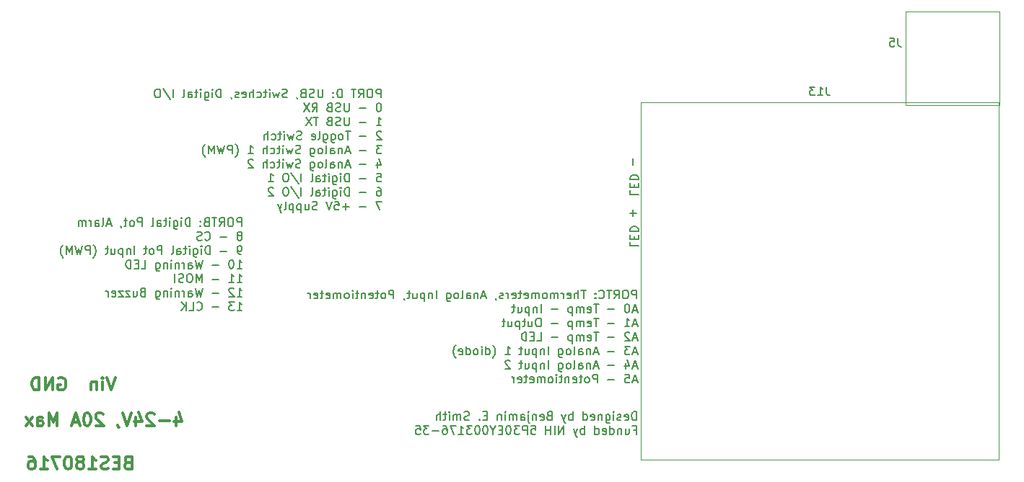
<source format=gbo>
G04 #@! TF.GenerationSoftware,KiCad,Pcbnew,(2017-11-06 revision 9df4ae65e)-makepkg*
G04 #@! TF.CreationDate,2018-07-16T22:37:48-07:00*
G04 #@! TF.ProjectId,MHz_LED_Modulator_v2,4D487A5F4C45445F4D6F64756C61746F,rev?*
G04 #@! TF.SameCoordinates,Original*
G04 #@! TF.FileFunction,Legend,Bot*
G04 #@! TF.FilePolarity,Positive*
%FSLAX46Y46*%
G04 Gerber Fmt 4.6, Leading zero omitted, Abs format (unit mm)*
G04 Created by KiCad (PCBNEW (2017-11-06 revision 9df4ae65e)-makepkg) date 07/16/18 22:37:48*
%MOMM*%
%LPD*%
G01*
G04 APERTURE LIST*
%ADD10C,0.150000*%
%ADD11C,0.300000*%
%ADD12C,0.120000*%
G04 APERTURE END LIST*
D10*
X178687619Y-92842857D02*
X178687619Y-93319047D01*
X179687619Y-93319047D01*
X179211428Y-92509523D02*
X179211428Y-92176190D01*
X178687619Y-92033333D02*
X178687619Y-92509523D01*
X179687619Y-92509523D01*
X179687619Y-92033333D01*
X178687619Y-91604761D02*
X179687619Y-91604761D01*
X179687619Y-91366666D01*
X179640000Y-91223809D01*
X179544761Y-91128571D01*
X179449523Y-91080952D01*
X179259047Y-91033333D01*
X179116190Y-91033333D01*
X178925714Y-91080952D01*
X178830476Y-91128571D01*
X178735238Y-91223809D01*
X178687619Y-91366666D01*
X178687619Y-91604761D01*
X179068571Y-89842857D02*
X179068571Y-89080952D01*
X178687619Y-98912857D02*
X178687619Y-99389047D01*
X179687619Y-99389047D01*
X179211428Y-98579523D02*
X179211428Y-98246190D01*
X178687619Y-98103333D02*
X178687619Y-98579523D01*
X179687619Y-98579523D01*
X179687619Y-98103333D01*
X178687619Y-97674761D02*
X179687619Y-97674761D01*
X179687619Y-97436666D01*
X179640000Y-97293809D01*
X179544761Y-97198571D01*
X179449523Y-97150952D01*
X179259047Y-97103333D01*
X179116190Y-97103333D01*
X178925714Y-97150952D01*
X178830476Y-97198571D01*
X178735238Y-97293809D01*
X178687619Y-97436666D01*
X178687619Y-97674761D01*
X179068571Y-95912857D02*
X179068571Y-95150952D01*
X178687619Y-95531904D02*
X179449523Y-95531904D01*
D11*
X119761428Y-124842857D02*
X119547142Y-124914285D01*
X119475714Y-124985714D01*
X119404285Y-125128571D01*
X119404285Y-125342857D01*
X119475714Y-125485714D01*
X119547142Y-125557142D01*
X119690000Y-125628571D01*
X120261428Y-125628571D01*
X120261428Y-124128571D01*
X119761428Y-124128571D01*
X119618571Y-124200000D01*
X119547142Y-124271428D01*
X119475714Y-124414285D01*
X119475714Y-124557142D01*
X119547142Y-124700000D01*
X119618571Y-124771428D01*
X119761428Y-124842857D01*
X120261428Y-124842857D01*
X118761428Y-124842857D02*
X118261428Y-124842857D01*
X118047142Y-125628571D02*
X118761428Y-125628571D01*
X118761428Y-124128571D01*
X118047142Y-124128571D01*
X117475714Y-125557142D02*
X117261428Y-125628571D01*
X116904285Y-125628571D01*
X116761428Y-125557142D01*
X116690000Y-125485714D01*
X116618571Y-125342857D01*
X116618571Y-125200000D01*
X116690000Y-125057142D01*
X116761428Y-124985714D01*
X116904285Y-124914285D01*
X117190000Y-124842857D01*
X117332857Y-124771428D01*
X117404285Y-124700000D01*
X117475714Y-124557142D01*
X117475714Y-124414285D01*
X117404285Y-124271428D01*
X117332857Y-124200000D01*
X117190000Y-124128571D01*
X116832857Y-124128571D01*
X116618571Y-124200000D01*
X115190000Y-125628571D02*
X116047142Y-125628571D01*
X115618571Y-125628571D02*
X115618571Y-124128571D01*
X115761428Y-124342857D01*
X115904285Y-124485714D01*
X116047142Y-124557142D01*
X114332857Y-124771428D02*
X114475714Y-124700000D01*
X114547142Y-124628571D01*
X114618571Y-124485714D01*
X114618571Y-124414285D01*
X114547142Y-124271428D01*
X114475714Y-124200000D01*
X114332857Y-124128571D01*
X114047142Y-124128571D01*
X113904285Y-124200000D01*
X113832857Y-124271428D01*
X113761428Y-124414285D01*
X113761428Y-124485714D01*
X113832857Y-124628571D01*
X113904285Y-124700000D01*
X114047142Y-124771428D01*
X114332857Y-124771428D01*
X114475714Y-124842857D01*
X114547142Y-124914285D01*
X114618571Y-125057142D01*
X114618571Y-125342857D01*
X114547142Y-125485714D01*
X114475714Y-125557142D01*
X114332857Y-125628571D01*
X114047142Y-125628571D01*
X113904285Y-125557142D01*
X113832857Y-125485714D01*
X113761428Y-125342857D01*
X113761428Y-125057142D01*
X113832857Y-124914285D01*
X113904285Y-124842857D01*
X114047142Y-124771428D01*
X112832857Y-124128571D02*
X112690000Y-124128571D01*
X112547142Y-124200000D01*
X112475714Y-124271428D01*
X112404285Y-124414285D01*
X112332857Y-124700000D01*
X112332857Y-125057142D01*
X112404285Y-125342857D01*
X112475714Y-125485714D01*
X112547142Y-125557142D01*
X112690000Y-125628571D01*
X112832857Y-125628571D01*
X112975714Y-125557142D01*
X113047142Y-125485714D01*
X113118571Y-125342857D01*
X113190000Y-125057142D01*
X113190000Y-124700000D01*
X113118571Y-124414285D01*
X113047142Y-124271428D01*
X112975714Y-124200000D01*
X112832857Y-124128571D01*
X111832857Y-124128571D02*
X110832857Y-124128571D01*
X111475714Y-125628571D01*
X109475714Y-125628571D02*
X110332857Y-125628571D01*
X109904285Y-125628571D02*
X109904285Y-124128571D01*
X110047142Y-124342857D01*
X110190000Y-124485714D01*
X110332857Y-124557142D01*
X108190000Y-124128571D02*
X108475714Y-124128571D01*
X108618571Y-124200000D01*
X108690000Y-124271428D01*
X108832857Y-124485714D01*
X108904285Y-124771428D01*
X108904285Y-125342857D01*
X108832857Y-125485714D01*
X108761428Y-125557142D01*
X108618571Y-125628571D01*
X108332857Y-125628571D01*
X108190000Y-125557142D01*
X108118571Y-125485714D01*
X108047142Y-125342857D01*
X108047142Y-124985714D01*
X108118571Y-124842857D01*
X108190000Y-124771428D01*
X108332857Y-124700000D01*
X108618571Y-124700000D01*
X108761428Y-124771428D01*
X108832857Y-124842857D01*
X108904285Y-124985714D01*
D10*
X179434404Y-105572380D02*
X179434404Y-104572380D01*
X179053452Y-104572380D01*
X178958214Y-104620000D01*
X178910595Y-104667619D01*
X178862976Y-104762857D01*
X178862976Y-104905714D01*
X178910595Y-105000952D01*
X178958214Y-105048571D01*
X179053452Y-105096190D01*
X179434404Y-105096190D01*
X178243928Y-104572380D02*
X178053452Y-104572380D01*
X177958214Y-104620000D01*
X177862976Y-104715238D01*
X177815357Y-104905714D01*
X177815357Y-105239047D01*
X177862976Y-105429523D01*
X177958214Y-105524761D01*
X178053452Y-105572380D01*
X178243928Y-105572380D01*
X178339166Y-105524761D01*
X178434404Y-105429523D01*
X178482023Y-105239047D01*
X178482023Y-104905714D01*
X178434404Y-104715238D01*
X178339166Y-104620000D01*
X178243928Y-104572380D01*
X176815357Y-105572380D02*
X177148690Y-105096190D01*
X177386785Y-105572380D02*
X177386785Y-104572380D01*
X177005833Y-104572380D01*
X176910595Y-104620000D01*
X176862976Y-104667619D01*
X176815357Y-104762857D01*
X176815357Y-104905714D01*
X176862976Y-105000952D01*
X176910595Y-105048571D01*
X177005833Y-105096190D01*
X177386785Y-105096190D01*
X176529642Y-104572380D02*
X175958214Y-104572380D01*
X176243928Y-105572380D02*
X176243928Y-104572380D01*
X175053452Y-105477142D02*
X175101071Y-105524761D01*
X175243928Y-105572380D01*
X175339166Y-105572380D01*
X175482023Y-105524761D01*
X175577261Y-105429523D01*
X175624880Y-105334285D01*
X175672500Y-105143809D01*
X175672500Y-105000952D01*
X175624880Y-104810476D01*
X175577261Y-104715238D01*
X175482023Y-104620000D01*
X175339166Y-104572380D01*
X175243928Y-104572380D01*
X175101071Y-104620000D01*
X175053452Y-104667619D01*
X174624880Y-105477142D02*
X174577261Y-105524761D01*
X174624880Y-105572380D01*
X174672500Y-105524761D01*
X174624880Y-105477142D01*
X174624880Y-105572380D01*
X174624880Y-104953333D02*
X174577261Y-105000952D01*
X174624880Y-105048571D01*
X174672500Y-105000952D01*
X174624880Y-104953333D01*
X174624880Y-105048571D01*
X173529642Y-104572380D02*
X172958214Y-104572380D01*
X173243928Y-105572380D02*
X173243928Y-104572380D01*
X172624880Y-105572380D02*
X172624880Y-104572380D01*
X172196309Y-105572380D02*
X172196309Y-105048571D01*
X172243928Y-104953333D01*
X172339166Y-104905714D01*
X172482023Y-104905714D01*
X172577261Y-104953333D01*
X172624880Y-105000952D01*
X171339166Y-105524761D02*
X171434404Y-105572380D01*
X171624880Y-105572380D01*
X171720119Y-105524761D01*
X171767738Y-105429523D01*
X171767738Y-105048571D01*
X171720119Y-104953333D01*
X171624880Y-104905714D01*
X171434404Y-104905714D01*
X171339166Y-104953333D01*
X171291547Y-105048571D01*
X171291547Y-105143809D01*
X171767738Y-105239047D01*
X170862976Y-105572380D02*
X170862976Y-104905714D01*
X170862976Y-105096190D02*
X170815357Y-105000952D01*
X170767738Y-104953333D01*
X170672500Y-104905714D01*
X170577261Y-104905714D01*
X170243928Y-105572380D02*
X170243928Y-104905714D01*
X170243928Y-105000952D02*
X170196309Y-104953333D01*
X170101071Y-104905714D01*
X169958214Y-104905714D01*
X169862976Y-104953333D01*
X169815357Y-105048571D01*
X169815357Y-105572380D01*
X169815357Y-105048571D02*
X169767738Y-104953333D01*
X169672500Y-104905714D01*
X169529642Y-104905714D01*
X169434404Y-104953333D01*
X169386785Y-105048571D01*
X169386785Y-105572380D01*
X168767738Y-105572380D02*
X168862976Y-105524761D01*
X168910595Y-105477142D01*
X168958214Y-105381904D01*
X168958214Y-105096190D01*
X168910595Y-105000952D01*
X168862976Y-104953333D01*
X168767738Y-104905714D01*
X168624880Y-104905714D01*
X168529642Y-104953333D01*
X168482023Y-105000952D01*
X168434404Y-105096190D01*
X168434404Y-105381904D01*
X168482023Y-105477142D01*
X168529642Y-105524761D01*
X168624880Y-105572380D01*
X168767738Y-105572380D01*
X168005833Y-105572380D02*
X168005833Y-104905714D01*
X168005833Y-105000952D02*
X167958214Y-104953333D01*
X167862976Y-104905714D01*
X167720119Y-104905714D01*
X167624880Y-104953333D01*
X167577261Y-105048571D01*
X167577261Y-105572380D01*
X167577261Y-105048571D02*
X167529642Y-104953333D01*
X167434404Y-104905714D01*
X167291547Y-104905714D01*
X167196309Y-104953333D01*
X167148690Y-105048571D01*
X167148690Y-105572380D01*
X166291547Y-105524761D02*
X166386785Y-105572380D01*
X166577261Y-105572380D01*
X166672500Y-105524761D01*
X166720119Y-105429523D01*
X166720119Y-105048571D01*
X166672500Y-104953333D01*
X166577261Y-104905714D01*
X166386785Y-104905714D01*
X166291547Y-104953333D01*
X166243928Y-105048571D01*
X166243928Y-105143809D01*
X166720119Y-105239047D01*
X165958214Y-104905714D02*
X165577261Y-104905714D01*
X165815357Y-104572380D02*
X165815357Y-105429523D01*
X165767738Y-105524761D01*
X165672500Y-105572380D01*
X165577261Y-105572380D01*
X164862976Y-105524761D02*
X164958214Y-105572380D01*
X165148690Y-105572380D01*
X165243928Y-105524761D01*
X165291547Y-105429523D01*
X165291547Y-105048571D01*
X165243928Y-104953333D01*
X165148690Y-104905714D01*
X164958214Y-104905714D01*
X164862976Y-104953333D01*
X164815357Y-105048571D01*
X164815357Y-105143809D01*
X165291547Y-105239047D01*
X164386785Y-105572380D02*
X164386785Y-104905714D01*
X164386785Y-105096190D02*
X164339166Y-105000952D01*
X164291547Y-104953333D01*
X164196309Y-104905714D01*
X164101071Y-104905714D01*
X163815357Y-105524761D02*
X163720119Y-105572380D01*
X163529642Y-105572380D01*
X163434404Y-105524761D01*
X163386785Y-105429523D01*
X163386785Y-105381904D01*
X163434404Y-105286666D01*
X163529642Y-105239047D01*
X163672500Y-105239047D01*
X163767738Y-105191428D01*
X163815357Y-105096190D01*
X163815357Y-105048571D01*
X163767738Y-104953333D01*
X163672500Y-104905714D01*
X163529642Y-104905714D01*
X163434404Y-104953333D01*
X162910595Y-105524761D02*
X162910595Y-105572380D01*
X162958214Y-105667619D01*
X163005833Y-105715238D01*
X161767738Y-105286666D02*
X161291547Y-105286666D01*
X161862976Y-105572380D02*
X161529642Y-104572380D01*
X161196309Y-105572380D01*
X160862976Y-104905714D02*
X160862976Y-105572380D01*
X160862976Y-105000952D02*
X160815357Y-104953333D01*
X160720119Y-104905714D01*
X160577261Y-104905714D01*
X160482023Y-104953333D01*
X160434404Y-105048571D01*
X160434404Y-105572380D01*
X159529642Y-105572380D02*
X159529642Y-105048571D01*
X159577261Y-104953333D01*
X159672500Y-104905714D01*
X159862976Y-104905714D01*
X159958214Y-104953333D01*
X159529642Y-105524761D02*
X159624880Y-105572380D01*
X159862976Y-105572380D01*
X159958214Y-105524761D01*
X160005833Y-105429523D01*
X160005833Y-105334285D01*
X159958214Y-105239047D01*
X159862976Y-105191428D01*
X159624880Y-105191428D01*
X159529642Y-105143809D01*
X158910595Y-105572380D02*
X159005833Y-105524761D01*
X159053452Y-105429523D01*
X159053452Y-104572380D01*
X158386785Y-105572380D02*
X158482023Y-105524761D01*
X158529642Y-105477142D01*
X158577261Y-105381904D01*
X158577261Y-105096190D01*
X158529642Y-105000952D01*
X158482023Y-104953333D01*
X158386785Y-104905714D01*
X158243928Y-104905714D01*
X158148690Y-104953333D01*
X158101071Y-105000952D01*
X158053452Y-105096190D01*
X158053452Y-105381904D01*
X158101071Y-105477142D01*
X158148690Y-105524761D01*
X158243928Y-105572380D01*
X158386785Y-105572380D01*
X157196309Y-104905714D02*
X157196309Y-105715238D01*
X157243928Y-105810476D01*
X157291547Y-105858095D01*
X157386785Y-105905714D01*
X157529642Y-105905714D01*
X157624880Y-105858095D01*
X157196309Y-105524761D02*
X157291547Y-105572380D01*
X157482023Y-105572380D01*
X157577261Y-105524761D01*
X157624880Y-105477142D01*
X157672500Y-105381904D01*
X157672500Y-105096190D01*
X157624880Y-105000952D01*
X157577261Y-104953333D01*
X157482023Y-104905714D01*
X157291547Y-104905714D01*
X157196309Y-104953333D01*
X155958214Y-105572380D02*
X155958214Y-104572380D01*
X155482023Y-104905714D02*
X155482023Y-105572380D01*
X155482023Y-105000952D02*
X155434404Y-104953333D01*
X155339166Y-104905714D01*
X155196309Y-104905714D01*
X155101071Y-104953333D01*
X155053452Y-105048571D01*
X155053452Y-105572380D01*
X154577261Y-104905714D02*
X154577261Y-105905714D01*
X154577261Y-104953333D02*
X154482023Y-104905714D01*
X154291547Y-104905714D01*
X154196309Y-104953333D01*
X154148690Y-105000952D01*
X154101071Y-105096190D01*
X154101071Y-105381904D01*
X154148690Y-105477142D01*
X154196309Y-105524761D01*
X154291547Y-105572380D01*
X154482023Y-105572380D01*
X154577261Y-105524761D01*
X153243928Y-104905714D02*
X153243928Y-105572380D01*
X153672500Y-104905714D02*
X153672500Y-105429523D01*
X153624880Y-105524761D01*
X153529642Y-105572380D01*
X153386785Y-105572380D01*
X153291547Y-105524761D01*
X153243928Y-105477142D01*
X152910595Y-104905714D02*
X152529642Y-104905714D01*
X152767738Y-104572380D02*
X152767738Y-105429523D01*
X152720119Y-105524761D01*
X152624880Y-105572380D01*
X152529642Y-105572380D01*
X152148690Y-105524761D02*
X152148690Y-105572380D01*
X152196309Y-105667619D01*
X152243928Y-105715238D01*
X150958214Y-105572380D02*
X150958214Y-104572380D01*
X150577261Y-104572380D01*
X150482023Y-104620000D01*
X150434404Y-104667619D01*
X150386785Y-104762857D01*
X150386785Y-104905714D01*
X150434404Y-105000952D01*
X150482023Y-105048571D01*
X150577261Y-105096190D01*
X150958214Y-105096190D01*
X149815357Y-105572380D02*
X149910595Y-105524761D01*
X149958214Y-105477142D01*
X150005833Y-105381904D01*
X150005833Y-105096190D01*
X149958214Y-105000952D01*
X149910595Y-104953333D01*
X149815357Y-104905714D01*
X149672500Y-104905714D01*
X149577261Y-104953333D01*
X149529642Y-105000952D01*
X149482023Y-105096190D01*
X149482023Y-105381904D01*
X149529642Y-105477142D01*
X149577261Y-105524761D01*
X149672500Y-105572380D01*
X149815357Y-105572380D01*
X149196309Y-104905714D02*
X148815357Y-104905714D01*
X149053452Y-104572380D02*
X149053452Y-105429523D01*
X149005833Y-105524761D01*
X148910595Y-105572380D01*
X148815357Y-105572380D01*
X148101071Y-105524761D02*
X148196309Y-105572380D01*
X148386785Y-105572380D01*
X148482023Y-105524761D01*
X148529642Y-105429523D01*
X148529642Y-105048571D01*
X148482023Y-104953333D01*
X148386785Y-104905714D01*
X148196309Y-104905714D01*
X148101071Y-104953333D01*
X148053452Y-105048571D01*
X148053452Y-105143809D01*
X148529642Y-105239047D01*
X147624880Y-104905714D02*
X147624880Y-105572380D01*
X147624880Y-105000952D02*
X147577261Y-104953333D01*
X147482023Y-104905714D01*
X147339166Y-104905714D01*
X147243928Y-104953333D01*
X147196309Y-105048571D01*
X147196309Y-105572380D01*
X146862976Y-104905714D02*
X146482023Y-104905714D01*
X146720119Y-104572380D02*
X146720119Y-105429523D01*
X146672500Y-105524761D01*
X146577261Y-105572380D01*
X146482023Y-105572380D01*
X146148690Y-105572380D02*
X146148690Y-104905714D01*
X146148690Y-104572380D02*
X146196309Y-104620000D01*
X146148690Y-104667619D01*
X146101071Y-104620000D01*
X146148690Y-104572380D01*
X146148690Y-104667619D01*
X145529642Y-105572380D02*
X145624880Y-105524761D01*
X145672500Y-105477142D01*
X145720119Y-105381904D01*
X145720119Y-105096190D01*
X145672500Y-105000952D01*
X145624880Y-104953333D01*
X145529642Y-104905714D01*
X145386785Y-104905714D01*
X145291547Y-104953333D01*
X145243928Y-105000952D01*
X145196309Y-105096190D01*
X145196309Y-105381904D01*
X145243928Y-105477142D01*
X145291547Y-105524761D01*
X145386785Y-105572380D01*
X145529642Y-105572380D01*
X144767738Y-105572380D02*
X144767738Y-104905714D01*
X144767738Y-105000952D02*
X144720119Y-104953333D01*
X144624880Y-104905714D01*
X144482023Y-104905714D01*
X144386785Y-104953333D01*
X144339166Y-105048571D01*
X144339166Y-105572380D01*
X144339166Y-105048571D02*
X144291547Y-104953333D01*
X144196309Y-104905714D01*
X144053452Y-104905714D01*
X143958214Y-104953333D01*
X143910595Y-105048571D01*
X143910595Y-105572380D01*
X143053452Y-105524761D02*
X143148690Y-105572380D01*
X143339166Y-105572380D01*
X143434404Y-105524761D01*
X143482023Y-105429523D01*
X143482023Y-105048571D01*
X143434404Y-104953333D01*
X143339166Y-104905714D01*
X143148690Y-104905714D01*
X143053452Y-104953333D01*
X143005833Y-105048571D01*
X143005833Y-105143809D01*
X143482023Y-105239047D01*
X142720119Y-104905714D02*
X142339166Y-104905714D01*
X142577261Y-104572380D02*
X142577261Y-105429523D01*
X142529642Y-105524761D01*
X142434404Y-105572380D01*
X142339166Y-105572380D01*
X141624880Y-105524761D02*
X141720119Y-105572380D01*
X141910595Y-105572380D01*
X142005833Y-105524761D01*
X142053452Y-105429523D01*
X142053452Y-105048571D01*
X142005833Y-104953333D01*
X141910595Y-104905714D01*
X141720119Y-104905714D01*
X141624880Y-104953333D01*
X141577261Y-105048571D01*
X141577261Y-105143809D01*
X142053452Y-105239047D01*
X141148690Y-105572380D02*
X141148690Y-104905714D01*
X141148690Y-105096190D02*
X141101071Y-105000952D01*
X141053452Y-104953333D01*
X140958214Y-104905714D01*
X140862976Y-104905714D01*
X179482023Y-106936666D02*
X179005833Y-106936666D01*
X179577261Y-107222380D02*
X179243928Y-106222380D01*
X178910595Y-107222380D01*
X178386785Y-106222380D02*
X178291547Y-106222380D01*
X178196309Y-106270000D01*
X178148690Y-106317619D01*
X178101071Y-106412857D01*
X178053452Y-106603333D01*
X178053452Y-106841428D01*
X178101071Y-107031904D01*
X178148690Y-107127142D01*
X178196309Y-107174761D01*
X178291547Y-107222380D01*
X178386785Y-107222380D01*
X178482023Y-107174761D01*
X178529642Y-107127142D01*
X178577261Y-107031904D01*
X178624880Y-106841428D01*
X178624880Y-106603333D01*
X178577261Y-106412857D01*
X178529642Y-106317619D01*
X178482023Y-106270000D01*
X178386785Y-106222380D01*
X176862976Y-106841428D02*
X176101071Y-106841428D01*
X175005833Y-106222380D02*
X174434404Y-106222380D01*
X174720119Y-107222380D02*
X174720119Y-106222380D01*
X173720119Y-107174761D02*
X173815357Y-107222380D01*
X174005833Y-107222380D01*
X174101071Y-107174761D01*
X174148690Y-107079523D01*
X174148690Y-106698571D01*
X174101071Y-106603333D01*
X174005833Y-106555714D01*
X173815357Y-106555714D01*
X173720119Y-106603333D01*
X173672500Y-106698571D01*
X173672500Y-106793809D01*
X174148690Y-106889047D01*
X173243928Y-107222380D02*
X173243928Y-106555714D01*
X173243928Y-106650952D02*
X173196309Y-106603333D01*
X173101071Y-106555714D01*
X172958214Y-106555714D01*
X172862976Y-106603333D01*
X172815357Y-106698571D01*
X172815357Y-107222380D01*
X172815357Y-106698571D02*
X172767738Y-106603333D01*
X172672500Y-106555714D01*
X172529642Y-106555714D01*
X172434404Y-106603333D01*
X172386785Y-106698571D01*
X172386785Y-107222380D01*
X171910595Y-106555714D02*
X171910595Y-107555714D01*
X171910595Y-106603333D02*
X171815357Y-106555714D01*
X171624880Y-106555714D01*
X171529642Y-106603333D01*
X171482023Y-106650952D01*
X171434404Y-106746190D01*
X171434404Y-107031904D01*
X171482023Y-107127142D01*
X171529642Y-107174761D01*
X171624880Y-107222380D01*
X171815357Y-107222380D01*
X171910595Y-107174761D01*
X170243928Y-106841428D02*
X169482023Y-106841428D01*
X168243928Y-107222380D02*
X168243928Y-106222380D01*
X167767738Y-106555714D02*
X167767738Y-107222380D01*
X167767738Y-106650952D02*
X167720119Y-106603333D01*
X167624880Y-106555714D01*
X167482023Y-106555714D01*
X167386785Y-106603333D01*
X167339166Y-106698571D01*
X167339166Y-107222380D01*
X166862976Y-106555714D02*
X166862976Y-107555714D01*
X166862976Y-106603333D02*
X166767738Y-106555714D01*
X166577261Y-106555714D01*
X166482023Y-106603333D01*
X166434404Y-106650952D01*
X166386785Y-106746190D01*
X166386785Y-107031904D01*
X166434404Y-107127142D01*
X166482023Y-107174761D01*
X166577261Y-107222380D01*
X166767738Y-107222380D01*
X166862976Y-107174761D01*
X165529642Y-106555714D02*
X165529642Y-107222380D01*
X165958214Y-106555714D02*
X165958214Y-107079523D01*
X165910595Y-107174761D01*
X165815357Y-107222380D01*
X165672500Y-107222380D01*
X165577261Y-107174761D01*
X165529642Y-107127142D01*
X165196309Y-106555714D02*
X164815357Y-106555714D01*
X165053452Y-106222380D02*
X165053452Y-107079523D01*
X165005833Y-107174761D01*
X164910595Y-107222380D01*
X164815357Y-107222380D01*
X179482023Y-108586666D02*
X179005833Y-108586666D01*
X179577261Y-108872380D02*
X179243928Y-107872380D01*
X178910595Y-108872380D01*
X178053452Y-108872380D02*
X178624880Y-108872380D01*
X178339166Y-108872380D02*
X178339166Y-107872380D01*
X178434404Y-108015238D01*
X178529642Y-108110476D01*
X178624880Y-108158095D01*
X176862976Y-108491428D02*
X176101071Y-108491428D01*
X175005833Y-107872380D02*
X174434404Y-107872380D01*
X174720119Y-108872380D02*
X174720119Y-107872380D01*
X173720119Y-108824761D02*
X173815357Y-108872380D01*
X174005833Y-108872380D01*
X174101071Y-108824761D01*
X174148690Y-108729523D01*
X174148690Y-108348571D01*
X174101071Y-108253333D01*
X174005833Y-108205714D01*
X173815357Y-108205714D01*
X173720119Y-108253333D01*
X173672500Y-108348571D01*
X173672500Y-108443809D01*
X174148690Y-108539047D01*
X173243928Y-108872380D02*
X173243928Y-108205714D01*
X173243928Y-108300952D02*
X173196309Y-108253333D01*
X173101071Y-108205714D01*
X172958214Y-108205714D01*
X172862976Y-108253333D01*
X172815357Y-108348571D01*
X172815357Y-108872380D01*
X172815357Y-108348571D02*
X172767738Y-108253333D01*
X172672500Y-108205714D01*
X172529642Y-108205714D01*
X172434404Y-108253333D01*
X172386785Y-108348571D01*
X172386785Y-108872380D01*
X171910595Y-108205714D02*
X171910595Y-109205714D01*
X171910595Y-108253333D02*
X171815357Y-108205714D01*
X171624880Y-108205714D01*
X171529642Y-108253333D01*
X171482023Y-108300952D01*
X171434404Y-108396190D01*
X171434404Y-108681904D01*
X171482023Y-108777142D01*
X171529642Y-108824761D01*
X171624880Y-108872380D01*
X171815357Y-108872380D01*
X171910595Y-108824761D01*
X170243928Y-108491428D02*
X169482023Y-108491428D01*
X168053452Y-107872380D02*
X167862976Y-107872380D01*
X167767738Y-107920000D01*
X167672500Y-108015238D01*
X167624880Y-108205714D01*
X167624880Y-108539047D01*
X167672500Y-108729523D01*
X167767738Y-108824761D01*
X167862976Y-108872380D01*
X168053452Y-108872380D01*
X168148690Y-108824761D01*
X168243928Y-108729523D01*
X168291547Y-108539047D01*
X168291547Y-108205714D01*
X168243928Y-108015238D01*
X168148690Y-107920000D01*
X168053452Y-107872380D01*
X166767738Y-108205714D02*
X166767738Y-108872380D01*
X167196309Y-108205714D02*
X167196309Y-108729523D01*
X167148690Y-108824761D01*
X167053452Y-108872380D01*
X166910595Y-108872380D01*
X166815357Y-108824761D01*
X166767738Y-108777142D01*
X166434404Y-108205714D02*
X166053452Y-108205714D01*
X166291547Y-107872380D02*
X166291547Y-108729523D01*
X166243928Y-108824761D01*
X166148690Y-108872380D01*
X166053452Y-108872380D01*
X165720119Y-108205714D02*
X165720119Y-109205714D01*
X165720119Y-108253333D02*
X165624880Y-108205714D01*
X165434404Y-108205714D01*
X165339166Y-108253333D01*
X165291547Y-108300952D01*
X165243928Y-108396190D01*
X165243928Y-108681904D01*
X165291547Y-108777142D01*
X165339166Y-108824761D01*
X165434404Y-108872380D01*
X165624880Y-108872380D01*
X165720119Y-108824761D01*
X164386785Y-108205714D02*
X164386785Y-108872380D01*
X164815357Y-108205714D02*
X164815357Y-108729523D01*
X164767738Y-108824761D01*
X164672500Y-108872380D01*
X164529642Y-108872380D01*
X164434404Y-108824761D01*
X164386785Y-108777142D01*
X164053452Y-108205714D02*
X163672500Y-108205714D01*
X163910595Y-107872380D02*
X163910595Y-108729523D01*
X163862976Y-108824761D01*
X163767738Y-108872380D01*
X163672500Y-108872380D01*
X179482023Y-110236666D02*
X179005833Y-110236666D01*
X179577261Y-110522380D02*
X179243928Y-109522380D01*
X178910595Y-110522380D01*
X178624880Y-109617619D02*
X178577261Y-109570000D01*
X178482023Y-109522380D01*
X178243928Y-109522380D01*
X178148690Y-109570000D01*
X178101071Y-109617619D01*
X178053452Y-109712857D01*
X178053452Y-109808095D01*
X178101071Y-109950952D01*
X178672500Y-110522380D01*
X178053452Y-110522380D01*
X176862976Y-110141428D02*
X176101071Y-110141428D01*
X175005833Y-109522380D02*
X174434404Y-109522380D01*
X174720119Y-110522380D02*
X174720119Y-109522380D01*
X173720119Y-110474761D02*
X173815357Y-110522380D01*
X174005833Y-110522380D01*
X174101071Y-110474761D01*
X174148690Y-110379523D01*
X174148690Y-109998571D01*
X174101071Y-109903333D01*
X174005833Y-109855714D01*
X173815357Y-109855714D01*
X173720119Y-109903333D01*
X173672500Y-109998571D01*
X173672500Y-110093809D01*
X174148690Y-110189047D01*
X173243928Y-110522380D02*
X173243928Y-109855714D01*
X173243928Y-109950952D02*
X173196309Y-109903333D01*
X173101071Y-109855714D01*
X172958214Y-109855714D01*
X172862976Y-109903333D01*
X172815357Y-109998571D01*
X172815357Y-110522380D01*
X172815357Y-109998571D02*
X172767738Y-109903333D01*
X172672500Y-109855714D01*
X172529642Y-109855714D01*
X172434404Y-109903333D01*
X172386785Y-109998571D01*
X172386785Y-110522380D01*
X171910595Y-109855714D02*
X171910595Y-110855714D01*
X171910595Y-109903333D02*
X171815357Y-109855714D01*
X171624880Y-109855714D01*
X171529642Y-109903333D01*
X171482023Y-109950952D01*
X171434404Y-110046190D01*
X171434404Y-110331904D01*
X171482023Y-110427142D01*
X171529642Y-110474761D01*
X171624880Y-110522380D01*
X171815357Y-110522380D01*
X171910595Y-110474761D01*
X170243928Y-110141428D02*
X169482023Y-110141428D01*
X167767738Y-110522380D02*
X168243928Y-110522380D01*
X168243928Y-109522380D01*
X167434404Y-109998571D02*
X167101071Y-109998571D01*
X166958214Y-110522380D02*
X167434404Y-110522380D01*
X167434404Y-109522380D01*
X166958214Y-109522380D01*
X166529642Y-110522380D02*
X166529642Y-109522380D01*
X166291547Y-109522380D01*
X166148690Y-109570000D01*
X166053452Y-109665238D01*
X166005833Y-109760476D01*
X165958214Y-109950952D01*
X165958214Y-110093809D01*
X166005833Y-110284285D01*
X166053452Y-110379523D01*
X166148690Y-110474761D01*
X166291547Y-110522380D01*
X166529642Y-110522380D01*
X179482023Y-111886666D02*
X179005833Y-111886666D01*
X179577261Y-112172380D02*
X179243928Y-111172380D01*
X178910595Y-112172380D01*
X178672500Y-111172380D02*
X178053452Y-111172380D01*
X178386785Y-111553333D01*
X178243928Y-111553333D01*
X178148690Y-111600952D01*
X178101071Y-111648571D01*
X178053452Y-111743809D01*
X178053452Y-111981904D01*
X178101071Y-112077142D01*
X178148690Y-112124761D01*
X178243928Y-112172380D01*
X178529642Y-112172380D01*
X178624880Y-112124761D01*
X178672500Y-112077142D01*
X176862976Y-111791428D02*
X176101071Y-111791428D01*
X174910595Y-111886666D02*
X174434404Y-111886666D01*
X175005833Y-112172380D02*
X174672500Y-111172380D01*
X174339166Y-112172380D01*
X174005833Y-111505714D02*
X174005833Y-112172380D01*
X174005833Y-111600952D02*
X173958214Y-111553333D01*
X173862976Y-111505714D01*
X173720119Y-111505714D01*
X173624880Y-111553333D01*
X173577261Y-111648571D01*
X173577261Y-112172380D01*
X172672500Y-112172380D02*
X172672500Y-111648571D01*
X172720119Y-111553333D01*
X172815357Y-111505714D01*
X173005833Y-111505714D01*
X173101071Y-111553333D01*
X172672500Y-112124761D02*
X172767738Y-112172380D01*
X173005833Y-112172380D01*
X173101071Y-112124761D01*
X173148690Y-112029523D01*
X173148690Y-111934285D01*
X173101071Y-111839047D01*
X173005833Y-111791428D01*
X172767738Y-111791428D01*
X172672500Y-111743809D01*
X172053452Y-112172380D02*
X172148690Y-112124761D01*
X172196309Y-112029523D01*
X172196309Y-111172380D01*
X171529642Y-112172380D02*
X171624880Y-112124761D01*
X171672500Y-112077142D01*
X171720119Y-111981904D01*
X171720119Y-111696190D01*
X171672500Y-111600952D01*
X171624880Y-111553333D01*
X171529642Y-111505714D01*
X171386785Y-111505714D01*
X171291547Y-111553333D01*
X171243928Y-111600952D01*
X171196309Y-111696190D01*
X171196309Y-111981904D01*
X171243928Y-112077142D01*
X171291547Y-112124761D01*
X171386785Y-112172380D01*
X171529642Y-112172380D01*
X170339166Y-111505714D02*
X170339166Y-112315238D01*
X170386785Y-112410476D01*
X170434404Y-112458095D01*
X170529642Y-112505714D01*
X170672500Y-112505714D01*
X170767738Y-112458095D01*
X170339166Y-112124761D02*
X170434404Y-112172380D01*
X170624880Y-112172380D01*
X170720119Y-112124761D01*
X170767738Y-112077142D01*
X170815357Y-111981904D01*
X170815357Y-111696190D01*
X170767738Y-111600952D01*
X170720119Y-111553333D01*
X170624880Y-111505714D01*
X170434404Y-111505714D01*
X170339166Y-111553333D01*
X169101071Y-112172380D02*
X169101071Y-111172380D01*
X168624880Y-111505714D02*
X168624880Y-112172380D01*
X168624880Y-111600952D02*
X168577261Y-111553333D01*
X168482023Y-111505714D01*
X168339166Y-111505714D01*
X168243928Y-111553333D01*
X168196309Y-111648571D01*
X168196309Y-112172380D01*
X167720119Y-111505714D02*
X167720119Y-112505714D01*
X167720119Y-111553333D02*
X167624880Y-111505714D01*
X167434404Y-111505714D01*
X167339166Y-111553333D01*
X167291547Y-111600952D01*
X167243928Y-111696190D01*
X167243928Y-111981904D01*
X167291547Y-112077142D01*
X167339166Y-112124761D01*
X167434404Y-112172380D01*
X167624880Y-112172380D01*
X167720119Y-112124761D01*
X166386785Y-111505714D02*
X166386785Y-112172380D01*
X166815357Y-111505714D02*
X166815357Y-112029523D01*
X166767738Y-112124761D01*
X166672500Y-112172380D01*
X166529642Y-112172380D01*
X166434404Y-112124761D01*
X166386785Y-112077142D01*
X166053452Y-111505714D02*
X165672500Y-111505714D01*
X165910595Y-111172380D02*
X165910595Y-112029523D01*
X165862976Y-112124761D01*
X165767738Y-112172380D01*
X165672500Y-112172380D01*
X164053452Y-112172380D02*
X164624880Y-112172380D01*
X164339166Y-112172380D02*
X164339166Y-111172380D01*
X164434404Y-111315238D01*
X164529642Y-111410476D01*
X164624880Y-111458095D01*
X162577261Y-112553333D02*
X162624880Y-112505714D01*
X162720119Y-112362857D01*
X162767738Y-112267619D01*
X162815357Y-112124761D01*
X162862976Y-111886666D01*
X162862976Y-111696190D01*
X162815357Y-111458095D01*
X162767738Y-111315238D01*
X162720119Y-111220000D01*
X162624880Y-111077142D01*
X162577261Y-111029523D01*
X161767738Y-112172380D02*
X161767738Y-111172380D01*
X161767738Y-112124761D02*
X161862976Y-112172380D01*
X162053452Y-112172380D01*
X162148690Y-112124761D01*
X162196309Y-112077142D01*
X162243928Y-111981904D01*
X162243928Y-111696190D01*
X162196309Y-111600952D01*
X162148690Y-111553333D01*
X162053452Y-111505714D01*
X161862976Y-111505714D01*
X161767738Y-111553333D01*
X161291547Y-112172380D02*
X161291547Y-111505714D01*
X161291547Y-111172380D02*
X161339166Y-111220000D01*
X161291547Y-111267619D01*
X161243928Y-111220000D01*
X161291547Y-111172380D01*
X161291547Y-111267619D01*
X160672500Y-112172380D02*
X160767738Y-112124761D01*
X160815357Y-112077142D01*
X160862976Y-111981904D01*
X160862976Y-111696190D01*
X160815357Y-111600952D01*
X160767738Y-111553333D01*
X160672500Y-111505714D01*
X160529642Y-111505714D01*
X160434404Y-111553333D01*
X160386785Y-111600952D01*
X160339166Y-111696190D01*
X160339166Y-111981904D01*
X160386785Y-112077142D01*
X160434404Y-112124761D01*
X160529642Y-112172380D01*
X160672500Y-112172380D01*
X159482023Y-112172380D02*
X159482023Y-111172380D01*
X159482023Y-112124761D02*
X159577261Y-112172380D01*
X159767738Y-112172380D01*
X159862976Y-112124761D01*
X159910595Y-112077142D01*
X159958214Y-111981904D01*
X159958214Y-111696190D01*
X159910595Y-111600952D01*
X159862976Y-111553333D01*
X159767738Y-111505714D01*
X159577261Y-111505714D01*
X159482023Y-111553333D01*
X158624880Y-112124761D02*
X158720119Y-112172380D01*
X158910595Y-112172380D01*
X159005833Y-112124761D01*
X159053452Y-112029523D01*
X159053452Y-111648571D01*
X159005833Y-111553333D01*
X158910595Y-111505714D01*
X158720119Y-111505714D01*
X158624880Y-111553333D01*
X158577261Y-111648571D01*
X158577261Y-111743809D01*
X159053452Y-111839047D01*
X158243928Y-112553333D02*
X158196309Y-112505714D01*
X158101071Y-112362857D01*
X158053452Y-112267619D01*
X158005833Y-112124761D01*
X157958214Y-111886666D01*
X157958214Y-111696190D01*
X158005833Y-111458095D01*
X158053452Y-111315238D01*
X158101071Y-111220000D01*
X158196309Y-111077142D01*
X158243928Y-111029523D01*
X179482023Y-113536666D02*
X179005833Y-113536666D01*
X179577261Y-113822380D02*
X179243928Y-112822380D01*
X178910595Y-113822380D01*
X178148690Y-113155714D02*
X178148690Y-113822380D01*
X178386785Y-112774761D02*
X178624880Y-113489047D01*
X178005833Y-113489047D01*
X176862976Y-113441428D02*
X176101071Y-113441428D01*
X174910595Y-113536666D02*
X174434404Y-113536666D01*
X175005833Y-113822380D02*
X174672500Y-112822380D01*
X174339166Y-113822380D01*
X174005833Y-113155714D02*
X174005833Y-113822380D01*
X174005833Y-113250952D02*
X173958214Y-113203333D01*
X173862976Y-113155714D01*
X173720119Y-113155714D01*
X173624880Y-113203333D01*
X173577261Y-113298571D01*
X173577261Y-113822380D01*
X172672500Y-113822380D02*
X172672500Y-113298571D01*
X172720119Y-113203333D01*
X172815357Y-113155714D01*
X173005833Y-113155714D01*
X173101071Y-113203333D01*
X172672500Y-113774761D02*
X172767738Y-113822380D01*
X173005833Y-113822380D01*
X173101071Y-113774761D01*
X173148690Y-113679523D01*
X173148690Y-113584285D01*
X173101071Y-113489047D01*
X173005833Y-113441428D01*
X172767738Y-113441428D01*
X172672500Y-113393809D01*
X172053452Y-113822380D02*
X172148690Y-113774761D01*
X172196309Y-113679523D01*
X172196309Y-112822380D01*
X171529642Y-113822380D02*
X171624880Y-113774761D01*
X171672500Y-113727142D01*
X171720119Y-113631904D01*
X171720119Y-113346190D01*
X171672500Y-113250952D01*
X171624880Y-113203333D01*
X171529642Y-113155714D01*
X171386785Y-113155714D01*
X171291547Y-113203333D01*
X171243928Y-113250952D01*
X171196309Y-113346190D01*
X171196309Y-113631904D01*
X171243928Y-113727142D01*
X171291547Y-113774761D01*
X171386785Y-113822380D01*
X171529642Y-113822380D01*
X170339166Y-113155714D02*
X170339166Y-113965238D01*
X170386785Y-114060476D01*
X170434404Y-114108095D01*
X170529642Y-114155714D01*
X170672500Y-114155714D01*
X170767738Y-114108095D01*
X170339166Y-113774761D02*
X170434404Y-113822380D01*
X170624880Y-113822380D01*
X170720119Y-113774761D01*
X170767738Y-113727142D01*
X170815357Y-113631904D01*
X170815357Y-113346190D01*
X170767738Y-113250952D01*
X170720119Y-113203333D01*
X170624880Y-113155714D01*
X170434404Y-113155714D01*
X170339166Y-113203333D01*
X169101071Y-113822380D02*
X169101071Y-112822380D01*
X168624880Y-113155714D02*
X168624880Y-113822380D01*
X168624880Y-113250952D02*
X168577261Y-113203333D01*
X168482023Y-113155714D01*
X168339166Y-113155714D01*
X168243928Y-113203333D01*
X168196309Y-113298571D01*
X168196309Y-113822380D01*
X167720119Y-113155714D02*
X167720119Y-114155714D01*
X167720119Y-113203333D02*
X167624880Y-113155714D01*
X167434404Y-113155714D01*
X167339166Y-113203333D01*
X167291547Y-113250952D01*
X167243928Y-113346190D01*
X167243928Y-113631904D01*
X167291547Y-113727142D01*
X167339166Y-113774761D01*
X167434404Y-113822380D01*
X167624880Y-113822380D01*
X167720119Y-113774761D01*
X166386785Y-113155714D02*
X166386785Y-113822380D01*
X166815357Y-113155714D02*
X166815357Y-113679523D01*
X166767738Y-113774761D01*
X166672500Y-113822380D01*
X166529642Y-113822380D01*
X166434404Y-113774761D01*
X166386785Y-113727142D01*
X166053452Y-113155714D02*
X165672500Y-113155714D01*
X165910595Y-112822380D02*
X165910595Y-113679523D01*
X165862976Y-113774761D01*
X165767738Y-113822380D01*
X165672500Y-113822380D01*
X164624880Y-112917619D02*
X164577261Y-112870000D01*
X164482023Y-112822380D01*
X164243928Y-112822380D01*
X164148690Y-112870000D01*
X164101071Y-112917619D01*
X164053452Y-113012857D01*
X164053452Y-113108095D01*
X164101071Y-113250952D01*
X164672500Y-113822380D01*
X164053452Y-113822380D01*
X179482023Y-115186666D02*
X179005833Y-115186666D01*
X179577261Y-115472380D02*
X179243928Y-114472380D01*
X178910595Y-115472380D01*
X178101071Y-114472380D02*
X178577261Y-114472380D01*
X178624880Y-114948571D01*
X178577261Y-114900952D01*
X178482023Y-114853333D01*
X178243928Y-114853333D01*
X178148690Y-114900952D01*
X178101071Y-114948571D01*
X178053452Y-115043809D01*
X178053452Y-115281904D01*
X178101071Y-115377142D01*
X178148690Y-115424761D01*
X178243928Y-115472380D01*
X178482023Y-115472380D01*
X178577261Y-115424761D01*
X178624880Y-115377142D01*
X176862976Y-115091428D02*
X176101071Y-115091428D01*
X174862976Y-115472380D02*
X174862976Y-114472380D01*
X174482023Y-114472380D01*
X174386785Y-114520000D01*
X174339166Y-114567619D01*
X174291547Y-114662857D01*
X174291547Y-114805714D01*
X174339166Y-114900952D01*
X174386785Y-114948571D01*
X174482023Y-114996190D01*
X174862976Y-114996190D01*
X173720119Y-115472380D02*
X173815357Y-115424761D01*
X173862976Y-115377142D01*
X173910595Y-115281904D01*
X173910595Y-114996190D01*
X173862976Y-114900952D01*
X173815357Y-114853333D01*
X173720119Y-114805714D01*
X173577261Y-114805714D01*
X173482023Y-114853333D01*
X173434404Y-114900952D01*
X173386785Y-114996190D01*
X173386785Y-115281904D01*
X173434404Y-115377142D01*
X173482023Y-115424761D01*
X173577261Y-115472380D01*
X173720119Y-115472380D01*
X173101071Y-114805714D02*
X172720119Y-114805714D01*
X172958214Y-114472380D02*
X172958214Y-115329523D01*
X172910595Y-115424761D01*
X172815357Y-115472380D01*
X172720119Y-115472380D01*
X172005833Y-115424761D02*
X172101071Y-115472380D01*
X172291547Y-115472380D01*
X172386785Y-115424761D01*
X172434404Y-115329523D01*
X172434404Y-114948571D01*
X172386785Y-114853333D01*
X172291547Y-114805714D01*
X172101071Y-114805714D01*
X172005833Y-114853333D01*
X171958214Y-114948571D01*
X171958214Y-115043809D01*
X172434404Y-115139047D01*
X171529642Y-114805714D02*
X171529642Y-115472380D01*
X171529642Y-114900952D02*
X171482023Y-114853333D01*
X171386785Y-114805714D01*
X171243928Y-114805714D01*
X171148690Y-114853333D01*
X171101071Y-114948571D01*
X171101071Y-115472380D01*
X170767738Y-114805714D02*
X170386785Y-114805714D01*
X170624880Y-114472380D02*
X170624880Y-115329523D01*
X170577261Y-115424761D01*
X170482023Y-115472380D01*
X170386785Y-115472380D01*
X170053452Y-115472380D02*
X170053452Y-114805714D01*
X170053452Y-114472380D02*
X170101071Y-114520000D01*
X170053452Y-114567619D01*
X170005833Y-114520000D01*
X170053452Y-114472380D01*
X170053452Y-114567619D01*
X169434404Y-115472380D02*
X169529642Y-115424761D01*
X169577261Y-115377142D01*
X169624880Y-115281904D01*
X169624880Y-114996190D01*
X169577261Y-114900952D01*
X169529642Y-114853333D01*
X169434404Y-114805714D01*
X169291547Y-114805714D01*
X169196309Y-114853333D01*
X169148690Y-114900952D01*
X169101071Y-114996190D01*
X169101071Y-115281904D01*
X169148690Y-115377142D01*
X169196309Y-115424761D01*
X169291547Y-115472380D01*
X169434404Y-115472380D01*
X168672500Y-115472380D02*
X168672500Y-114805714D01*
X168672500Y-114900952D02*
X168624880Y-114853333D01*
X168529642Y-114805714D01*
X168386785Y-114805714D01*
X168291547Y-114853333D01*
X168243928Y-114948571D01*
X168243928Y-115472380D01*
X168243928Y-114948571D02*
X168196309Y-114853333D01*
X168101071Y-114805714D01*
X167958214Y-114805714D01*
X167862976Y-114853333D01*
X167815357Y-114948571D01*
X167815357Y-115472380D01*
X166958214Y-115424761D02*
X167053452Y-115472380D01*
X167243928Y-115472380D01*
X167339166Y-115424761D01*
X167386785Y-115329523D01*
X167386785Y-114948571D01*
X167339166Y-114853333D01*
X167243928Y-114805714D01*
X167053452Y-114805714D01*
X166958214Y-114853333D01*
X166910595Y-114948571D01*
X166910595Y-115043809D01*
X167386785Y-115139047D01*
X166624880Y-114805714D02*
X166243928Y-114805714D01*
X166482023Y-114472380D02*
X166482023Y-115329523D01*
X166434404Y-115424761D01*
X166339166Y-115472380D01*
X166243928Y-115472380D01*
X165529642Y-115424761D02*
X165624880Y-115472380D01*
X165815357Y-115472380D01*
X165910595Y-115424761D01*
X165958214Y-115329523D01*
X165958214Y-114948571D01*
X165910595Y-114853333D01*
X165815357Y-114805714D01*
X165624880Y-114805714D01*
X165529642Y-114853333D01*
X165482023Y-114948571D01*
X165482023Y-115043809D01*
X165958214Y-115139047D01*
X165053452Y-115472380D02*
X165053452Y-114805714D01*
X165053452Y-114996190D02*
X165005833Y-114900952D01*
X164958214Y-114853333D01*
X164862976Y-114805714D01*
X164767738Y-114805714D01*
X133114404Y-97077380D02*
X133114404Y-96077380D01*
X132733452Y-96077380D01*
X132638214Y-96125000D01*
X132590595Y-96172619D01*
X132542976Y-96267857D01*
X132542976Y-96410714D01*
X132590595Y-96505952D01*
X132638214Y-96553571D01*
X132733452Y-96601190D01*
X133114404Y-96601190D01*
X131923928Y-96077380D02*
X131733452Y-96077380D01*
X131638214Y-96125000D01*
X131542976Y-96220238D01*
X131495357Y-96410714D01*
X131495357Y-96744047D01*
X131542976Y-96934523D01*
X131638214Y-97029761D01*
X131733452Y-97077380D01*
X131923928Y-97077380D01*
X132019166Y-97029761D01*
X132114404Y-96934523D01*
X132162023Y-96744047D01*
X132162023Y-96410714D01*
X132114404Y-96220238D01*
X132019166Y-96125000D01*
X131923928Y-96077380D01*
X130495357Y-97077380D02*
X130828690Y-96601190D01*
X131066785Y-97077380D02*
X131066785Y-96077380D01*
X130685833Y-96077380D01*
X130590595Y-96125000D01*
X130542976Y-96172619D01*
X130495357Y-96267857D01*
X130495357Y-96410714D01*
X130542976Y-96505952D01*
X130590595Y-96553571D01*
X130685833Y-96601190D01*
X131066785Y-96601190D01*
X130209642Y-96077380D02*
X129638214Y-96077380D01*
X129923928Y-97077380D02*
X129923928Y-96077380D01*
X128971547Y-96553571D02*
X128828690Y-96601190D01*
X128781071Y-96648809D01*
X128733452Y-96744047D01*
X128733452Y-96886904D01*
X128781071Y-96982142D01*
X128828690Y-97029761D01*
X128923928Y-97077380D01*
X129304880Y-97077380D01*
X129304880Y-96077380D01*
X128971547Y-96077380D01*
X128876309Y-96125000D01*
X128828690Y-96172619D01*
X128781071Y-96267857D01*
X128781071Y-96363095D01*
X128828690Y-96458333D01*
X128876309Y-96505952D01*
X128971547Y-96553571D01*
X129304880Y-96553571D01*
X128304880Y-96982142D02*
X128257261Y-97029761D01*
X128304880Y-97077380D01*
X128352500Y-97029761D01*
X128304880Y-96982142D01*
X128304880Y-97077380D01*
X128304880Y-96458333D02*
X128257261Y-96505952D01*
X128304880Y-96553571D01*
X128352500Y-96505952D01*
X128304880Y-96458333D01*
X128304880Y-96553571D01*
X127066785Y-97077380D02*
X127066785Y-96077380D01*
X126828690Y-96077380D01*
X126685833Y-96125000D01*
X126590595Y-96220238D01*
X126542976Y-96315476D01*
X126495357Y-96505952D01*
X126495357Y-96648809D01*
X126542976Y-96839285D01*
X126590595Y-96934523D01*
X126685833Y-97029761D01*
X126828690Y-97077380D01*
X127066785Y-97077380D01*
X126066785Y-97077380D02*
X126066785Y-96410714D01*
X126066785Y-96077380D02*
X126114404Y-96125000D01*
X126066785Y-96172619D01*
X126019166Y-96125000D01*
X126066785Y-96077380D01*
X126066785Y-96172619D01*
X125162023Y-96410714D02*
X125162023Y-97220238D01*
X125209642Y-97315476D01*
X125257261Y-97363095D01*
X125352500Y-97410714D01*
X125495357Y-97410714D01*
X125590595Y-97363095D01*
X125162023Y-97029761D02*
X125257261Y-97077380D01*
X125447738Y-97077380D01*
X125542976Y-97029761D01*
X125590595Y-96982142D01*
X125638214Y-96886904D01*
X125638214Y-96601190D01*
X125590595Y-96505952D01*
X125542976Y-96458333D01*
X125447738Y-96410714D01*
X125257261Y-96410714D01*
X125162023Y-96458333D01*
X124685833Y-97077380D02*
X124685833Y-96410714D01*
X124685833Y-96077380D02*
X124733452Y-96125000D01*
X124685833Y-96172619D01*
X124638214Y-96125000D01*
X124685833Y-96077380D01*
X124685833Y-96172619D01*
X124352500Y-96410714D02*
X123971547Y-96410714D01*
X124209642Y-96077380D02*
X124209642Y-96934523D01*
X124162023Y-97029761D01*
X124066785Y-97077380D01*
X123971547Y-97077380D01*
X123209642Y-97077380D02*
X123209642Y-96553571D01*
X123257261Y-96458333D01*
X123352500Y-96410714D01*
X123542976Y-96410714D01*
X123638214Y-96458333D01*
X123209642Y-97029761D02*
X123304880Y-97077380D01*
X123542976Y-97077380D01*
X123638214Y-97029761D01*
X123685833Y-96934523D01*
X123685833Y-96839285D01*
X123638214Y-96744047D01*
X123542976Y-96696428D01*
X123304880Y-96696428D01*
X123209642Y-96648809D01*
X122590595Y-97077380D02*
X122685833Y-97029761D01*
X122733452Y-96934523D01*
X122733452Y-96077380D01*
X121447738Y-97077380D02*
X121447738Y-96077380D01*
X121066785Y-96077380D01*
X120971547Y-96125000D01*
X120923928Y-96172619D01*
X120876309Y-96267857D01*
X120876309Y-96410714D01*
X120923928Y-96505952D01*
X120971547Y-96553571D01*
X121066785Y-96601190D01*
X121447738Y-96601190D01*
X120304880Y-97077380D02*
X120400119Y-97029761D01*
X120447738Y-96982142D01*
X120495357Y-96886904D01*
X120495357Y-96601190D01*
X120447738Y-96505952D01*
X120400119Y-96458333D01*
X120304880Y-96410714D01*
X120162023Y-96410714D01*
X120066785Y-96458333D01*
X120019166Y-96505952D01*
X119971547Y-96601190D01*
X119971547Y-96886904D01*
X120019166Y-96982142D01*
X120066785Y-97029761D01*
X120162023Y-97077380D01*
X120304880Y-97077380D01*
X119685833Y-96410714D02*
X119304880Y-96410714D01*
X119542976Y-96077380D02*
X119542976Y-96934523D01*
X119495357Y-97029761D01*
X119400119Y-97077380D01*
X119304880Y-97077380D01*
X118923928Y-97029761D02*
X118923928Y-97077380D01*
X118971547Y-97172619D01*
X119019166Y-97220238D01*
X117781071Y-96791666D02*
X117304880Y-96791666D01*
X117876309Y-97077380D02*
X117542976Y-96077380D01*
X117209642Y-97077380D01*
X116733452Y-97077380D02*
X116828690Y-97029761D01*
X116876309Y-96934523D01*
X116876309Y-96077380D01*
X115923928Y-97077380D02*
X115923928Y-96553571D01*
X115971547Y-96458333D01*
X116066785Y-96410714D01*
X116257261Y-96410714D01*
X116352500Y-96458333D01*
X115923928Y-97029761D02*
X116019166Y-97077380D01*
X116257261Y-97077380D01*
X116352500Y-97029761D01*
X116400119Y-96934523D01*
X116400119Y-96839285D01*
X116352500Y-96744047D01*
X116257261Y-96696428D01*
X116019166Y-96696428D01*
X115923928Y-96648809D01*
X115447738Y-97077380D02*
X115447738Y-96410714D01*
X115447738Y-96601190D02*
X115400119Y-96505952D01*
X115352500Y-96458333D01*
X115257261Y-96410714D01*
X115162023Y-96410714D01*
X114828690Y-97077380D02*
X114828690Y-96410714D01*
X114828690Y-96505952D02*
X114781071Y-96458333D01*
X114685833Y-96410714D01*
X114542976Y-96410714D01*
X114447738Y-96458333D01*
X114400119Y-96553571D01*
X114400119Y-97077380D01*
X114400119Y-96553571D02*
X114352500Y-96458333D01*
X114257261Y-96410714D01*
X114114404Y-96410714D01*
X114019166Y-96458333D01*
X113971547Y-96553571D01*
X113971547Y-97077380D01*
X132971547Y-98155952D02*
X133066785Y-98108333D01*
X133114404Y-98060714D01*
X133162023Y-97965476D01*
X133162023Y-97917857D01*
X133114404Y-97822619D01*
X133066785Y-97775000D01*
X132971547Y-97727380D01*
X132781071Y-97727380D01*
X132685833Y-97775000D01*
X132638214Y-97822619D01*
X132590595Y-97917857D01*
X132590595Y-97965476D01*
X132638214Y-98060714D01*
X132685833Y-98108333D01*
X132781071Y-98155952D01*
X132971547Y-98155952D01*
X133066785Y-98203571D01*
X133114404Y-98251190D01*
X133162023Y-98346428D01*
X133162023Y-98536904D01*
X133114404Y-98632142D01*
X133066785Y-98679761D01*
X132971547Y-98727380D01*
X132781071Y-98727380D01*
X132685833Y-98679761D01*
X132638214Y-98632142D01*
X132590595Y-98536904D01*
X132590595Y-98346428D01*
X132638214Y-98251190D01*
X132685833Y-98203571D01*
X132781071Y-98155952D01*
X131400119Y-98346428D02*
X130638214Y-98346428D01*
X128828690Y-98632142D02*
X128876309Y-98679761D01*
X129019166Y-98727380D01*
X129114404Y-98727380D01*
X129257261Y-98679761D01*
X129352500Y-98584523D01*
X129400119Y-98489285D01*
X129447738Y-98298809D01*
X129447738Y-98155952D01*
X129400119Y-97965476D01*
X129352500Y-97870238D01*
X129257261Y-97775000D01*
X129114404Y-97727380D01*
X129019166Y-97727380D01*
X128876309Y-97775000D01*
X128828690Y-97822619D01*
X128447738Y-98679761D02*
X128304880Y-98727380D01*
X128066785Y-98727380D01*
X127971547Y-98679761D01*
X127923928Y-98632142D01*
X127876309Y-98536904D01*
X127876309Y-98441666D01*
X127923928Y-98346428D01*
X127971547Y-98298809D01*
X128066785Y-98251190D01*
X128257261Y-98203571D01*
X128352500Y-98155952D01*
X128400119Y-98108333D01*
X128447738Y-98013095D01*
X128447738Y-97917857D01*
X128400119Y-97822619D01*
X128352500Y-97775000D01*
X128257261Y-97727380D01*
X128019166Y-97727380D01*
X127876309Y-97775000D01*
X133066785Y-100377380D02*
X132876309Y-100377380D01*
X132781071Y-100329761D01*
X132733452Y-100282142D01*
X132638214Y-100139285D01*
X132590595Y-99948809D01*
X132590595Y-99567857D01*
X132638214Y-99472619D01*
X132685833Y-99425000D01*
X132781071Y-99377380D01*
X132971547Y-99377380D01*
X133066785Y-99425000D01*
X133114404Y-99472619D01*
X133162023Y-99567857D01*
X133162023Y-99805952D01*
X133114404Y-99901190D01*
X133066785Y-99948809D01*
X132971547Y-99996428D01*
X132781071Y-99996428D01*
X132685833Y-99948809D01*
X132638214Y-99901190D01*
X132590595Y-99805952D01*
X131400119Y-99996428D02*
X130638214Y-99996428D01*
X129400119Y-100377380D02*
X129400119Y-99377380D01*
X129162023Y-99377380D01*
X129019166Y-99425000D01*
X128923928Y-99520238D01*
X128876309Y-99615476D01*
X128828690Y-99805952D01*
X128828690Y-99948809D01*
X128876309Y-100139285D01*
X128923928Y-100234523D01*
X129019166Y-100329761D01*
X129162023Y-100377380D01*
X129400119Y-100377380D01*
X128400119Y-100377380D02*
X128400119Y-99710714D01*
X128400119Y-99377380D02*
X128447738Y-99425000D01*
X128400119Y-99472619D01*
X128352500Y-99425000D01*
X128400119Y-99377380D01*
X128400119Y-99472619D01*
X127495357Y-99710714D02*
X127495357Y-100520238D01*
X127542976Y-100615476D01*
X127590595Y-100663095D01*
X127685833Y-100710714D01*
X127828690Y-100710714D01*
X127923928Y-100663095D01*
X127495357Y-100329761D02*
X127590595Y-100377380D01*
X127781071Y-100377380D01*
X127876309Y-100329761D01*
X127923928Y-100282142D01*
X127971547Y-100186904D01*
X127971547Y-99901190D01*
X127923928Y-99805952D01*
X127876309Y-99758333D01*
X127781071Y-99710714D01*
X127590595Y-99710714D01*
X127495357Y-99758333D01*
X127019166Y-100377380D02*
X127019166Y-99710714D01*
X127019166Y-99377380D02*
X127066785Y-99425000D01*
X127019166Y-99472619D01*
X126971547Y-99425000D01*
X127019166Y-99377380D01*
X127019166Y-99472619D01*
X126685833Y-99710714D02*
X126304880Y-99710714D01*
X126542976Y-99377380D02*
X126542976Y-100234523D01*
X126495357Y-100329761D01*
X126400119Y-100377380D01*
X126304880Y-100377380D01*
X125542976Y-100377380D02*
X125542976Y-99853571D01*
X125590595Y-99758333D01*
X125685833Y-99710714D01*
X125876309Y-99710714D01*
X125971547Y-99758333D01*
X125542976Y-100329761D02*
X125638214Y-100377380D01*
X125876309Y-100377380D01*
X125971547Y-100329761D01*
X126019166Y-100234523D01*
X126019166Y-100139285D01*
X125971547Y-100044047D01*
X125876309Y-99996428D01*
X125638214Y-99996428D01*
X125542976Y-99948809D01*
X124923928Y-100377380D02*
X125019166Y-100329761D01*
X125066785Y-100234523D01*
X125066785Y-99377380D01*
X123781071Y-100377380D02*
X123781071Y-99377380D01*
X123400119Y-99377380D01*
X123304880Y-99425000D01*
X123257261Y-99472619D01*
X123209642Y-99567857D01*
X123209642Y-99710714D01*
X123257261Y-99805952D01*
X123304880Y-99853571D01*
X123400119Y-99901190D01*
X123781071Y-99901190D01*
X122638214Y-100377380D02*
X122733452Y-100329761D01*
X122781071Y-100282142D01*
X122828690Y-100186904D01*
X122828690Y-99901190D01*
X122781071Y-99805952D01*
X122733452Y-99758333D01*
X122638214Y-99710714D01*
X122495357Y-99710714D01*
X122400119Y-99758333D01*
X122352500Y-99805952D01*
X122304880Y-99901190D01*
X122304880Y-100186904D01*
X122352500Y-100282142D01*
X122400119Y-100329761D01*
X122495357Y-100377380D01*
X122638214Y-100377380D01*
X122019166Y-99710714D02*
X121638214Y-99710714D01*
X121876309Y-99377380D02*
X121876309Y-100234523D01*
X121828690Y-100329761D01*
X121733452Y-100377380D01*
X121638214Y-100377380D01*
X120542976Y-100377380D02*
X120542976Y-99377380D01*
X120066785Y-99710714D02*
X120066785Y-100377380D01*
X120066785Y-99805952D02*
X120019166Y-99758333D01*
X119923928Y-99710714D01*
X119781071Y-99710714D01*
X119685833Y-99758333D01*
X119638214Y-99853571D01*
X119638214Y-100377380D01*
X119162023Y-99710714D02*
X119162023Y-100710714D01*
X119162023Y-99758333D02*
X119066785Y-99710714D01*
X118876309Y-99710714D01*
X118781071Y-99758333D01*
X118733452Y-99805952D01*
X118685833Y-99901190D01*
X118685833Y-100186904D01*
X118733452Y-100282142D01*
X118781071Y-100329761D01*
X118876309Y-100377380D01*
X119066785Y-100377380D01*
X119162023Y-100329761D01*
X117828690Y-99710714D02*
X117828690Y-100377380D01*
X118257261Y-99710714D02*
X118257261Y-100234523D01*
X118209642Y-100329761D01*
X118114404Y-100377380D01*
X117971547Y-100377380D01*
X117876309Y-100329761D01*
X117828690Y-100282142D01*
X117495357Y-99710714D02*
X117114404Y-99710714D01*
X117352500Y-99377380D02*
X117352500Y-100234523D01*
X117304880Y-100329761D01*
X117209642Y-100377380D01*
X117114404Y-100377380D01*
X115733452Y-100758333D02*
X115781071Y-100710714D01*
X115876309Y-100567857D01*
X115923928Y-100472619D01*
X115971547Y-100329761D01*
X116019166Y-100091666D01*
X116019166Y-99901190D01*
X115971547Y-99663095D01*
X115923928Y-99520238D01*
X115876309Y-99425000D01*
X115781071Y-99282142D01*
X115733452Y-99234523D01*
X115352500Y-100377380D02*
X115352500Y-99377380D01*
X114971547Y-99377380D01*
X114876309Y-99425000D01*
X114828690Y-99472619D01*
X114781071Y-99567857D01*
X114781071Y-99710714D01*
X114828690Y-99805952D01*
X114876309Y-99853571D01*
X114971547Y-99901190D01*
X115352500Y-99901190D01*
X114447738Y-99377380D02*
X114209642Y-100377380D01*
X114019166Y-99663095D01*
X113828690Y-100377380D01*
X113590595Y-99377380D01*
X113209642Y-100377380D02*
X113209642Y-99377380D01*
X112876309Y-100091666D01*
X112542976Y-99377380D01*
X112542976Y-100377380D01*
X112162023Y-100758333D02*
X112114404Y-100710714D01*
X112019166Y-100567857D01*
X111971547Y-100472619D01*
X111923928Y-100329761D01*
X111876309Y-100091666D01*
X111876309Y-99901190D01*
X111923928Y-99663095D01*
X111971547Y-99520238D01*
X112019166Y-99425000D01*
X112114404Y-99282142D01*
X112162023Y-99234523D01*
X132590595Y-102027380D02*
X133162023Y-102027380D01*
X132876309Y-102027380D02*
X132876309Y-101027380D01*
X132971547Y-101170238D01*
X133066785Y-101265476D01*
X133162023Y-101313095D01*
X131971547Y-101027380D02*
X131876309Y-101027380D01*
X131781071Y-101075000D01*
X131733452Y-101122619D01*
X131685833Y-101217857D01*
X131638214Y-101408333D01*
X131638214Y-101646428D01*
X131685833Y-101836904D01*
X131733452Y-101932142D01*
X131781071Y-101979761D01*
X131876309Y-102027380D01*
X131971547Y-102027380D01*
X132066785Y-101979761D01*
X132114404Y-101932142D01*
X132162023Y-101836904D01*
X132209642Y-101646428D01*
X132209642Y-101408333D01*
X132162023Y-101217857D01*
X132114404Y-101122619D01*
X132066785Y-101075000D01*
X131971547Y-101027380D01*
X130447738Y-101646428D02*
X129685833Y-101646428D01*
X128542976Y-101027380D02*
X128304880Y-102027380D01*
X128114404Y-101313095D01*
X127923928Y-102027380D01*
X127685833Y-101027380D01*
X126876309Y-102027380D02*
X126876309Y-101503571D01*
X126923928Y-101408333D01*
X127019166Y-101360714D01*
X127209642Y-101360714D01*
X127304880Y-101408333D01*
X126876309Y-101979761D02*
X126971547Y-102027380D01*
X127209642Y-102027380D01*
X127304880Y-101979761D01*
X127352500Y-101884523D01*
X127352500Y-101789285D01*
X127304880Y-101694047D01*
X127209642Y-101646428D01*
X126971547Y-101646428D01*
X126876309Y-101598809D01*
X126400119Y-102027380D02*
X126400119Y-101360714D01*
X126400119Y-101551190D02*
X126352500Y-101455952D01*
X126304880Y-101408333D01*
X126209642Y-101360714D01*
X126114404Y-101360714D01*
X125781071Y-101360714D02*
X125781071Y-102027380D01*
X125781071Y-101455952D02*
X125733452Y-101408333D01*
X125638214Y-101360714D01*
X125495357Y-101360714D01*
X125400119Y-101408333D01*
X125352500Y-101503571D01*
X125352500Y-102027380D01*
X124876309Y-102027380D02*
X124876309Y-101360714D01*
X124876309Y-101027380D02*
X124923928Y-101075000D01*
X124876309Y-101122619D01*
X124828690Y-101075000D01*
X124876309Y-101027380D01*
X124876309Y-101122619D01*
X124400119Y-101360714D02*
X124400119Y-102027380D01*
X124400119Y-101455952D02*
X124352500Y-101408333D01*
X124257261Y-101360714D01*
X124114404Y-101360714D01*
X124019166Y-101408333D01*
X123971547Y-101503571D01*
X123971547Y-102027380D01*
X123066785Y-101360714D02*
X123066785Y-102170238D01*
X123114404Y-102265476D01*
X123162023Y-102313095D01*
X123257261Y-102360714D01*
X123400119Y-102360714D01*
X123495357Y-102313095D01*
X123066785Y-101979761D02*
X123162023Y-102027380D01*
X123352500Y-102027380D01*
X123447738Y-101979761D01*
X123495357Y-101932142D01*
X123542976Y-101836904D01*
X123542976Y-101551190D01*
X123495357Y-101455952D01*
X123447738Y-101408333D01*
X123352500Y-101360714D01*
X123162023Y-101360714D01*
X123066785Y-101408333D01*
X121352500Y-102027380D02*
X121828690Y-102027380D01*
X121828690Y-101027380D01*
X121019166Y-101503571D02*
X120685833Y-101503571D01*
X120542976Y-102027380D02*
X121019166Y-102027380D01*
X121019166Y-101027380D01*
X120542976Y-101027380D01*
X120114404Y-102027380D02*
X120114404Y-101027380D01*
X119876309Y-101027380D01*
X119733452Y-101075000D01*
X119638214Y-101170238D01*
X119590595Y-101265476D01*
X119542976Y-101455952D01*
X119542976Y-101598809D01*
X119590595Y-101789285D01*
X119638214Y-101884523D01*
X119733452Y-101979761D01*
X119876309Y-102027380D01*
X120114404Y-102027380D01*
X132590595Y-103677380D02*
X133162023Y-103677380D01*
X132876309Y-103677380D02*
X132876309Y-102677380D01*
X132971547Y-102820238D01*
X133066785Y-102915476D01*
X133162023Y-102963095D01*
X131638214Y-103677380D02*
X132209642Y-103677380D01*
X131923928Y-103677380D02*
X131923928Y-102677380D01*
X132019166Y-102820238D01*
X132114404Y-102915476D01*
X132209642Y-102963095D01*
X130447738Y-103296428D02*
X129685833Y-103296428D01*
X128447738Y-103677380D02*
X128447738Y-102677380D01*
X128114404Y-103391666D01*
X127781071Y-102677380D01*
X127781071Y-103677380D01*
X127114404Y-102677380D02*
X126923928Y-102677380D01*
X126828690Y-102725000D01*
X126733452Y-102820238D01*
X126685833Y-103010714D01*
X126685833Y-103344047D01*
X126733452Y-103534523D01*
X126828690Y-103629761D01*
X126923928Y-103677380D01*
X127114404Y-103677380D01*
X127209642Y-103629761D01*
X127304880Y-103534523D01*
X127352500Y-103344047D01*
X127352500Y-103010714D01*
X127304880Y-102820238D01*
X127209642Y-102725000D01*
X127114404Y-102677380D01*
X126304880Y-103629761D02*
X126162023Y-103677380D01*
X125923928Y-103677380D01*
X125828690Y-103629761D01*
X125781071Y-103582142D01*
X125733452Y-103486904D01*
X125733452Y-103391666D01*
X125781071Y-103296428D01*
X125828690Y-103248809D01*
X125923928Y-103201190D01*
X126114404Y-103153571D01*
X126209642Y-103105952D01*
X126257261Y-103058333D01*
X126304880Y-102963095D01*
X126304880Y-102867857D01*
X126257261Y-102772619D01*
X126209642Y-102725000D01*
X126114404Y-102677380D01*
X125876309Y-102677380D01*
X125733452Y-102725000D01*
X125304880Y-103677380D02*
X125304880Y-102677380D01*
X132590595Y-105327380D02*
X133162023Y-105327380D01*
X132876309Y-105327380D02*
X132876309Y-104327380D01*
X132971547Y-104470238D01*
X133066785Y-104565476D01*
X133162023Y-104613095D01*
X132209642Y-104422619D02*
X132162023Y-104375000D01*
X132066785Y-104327380D01*
X131828690Y-104327380D01*
X131733452Y-104375000D01*
X131685833Y-104422619D01*
X131638214Y-104517857D01*
X131638214Y-104613095D01*
X131685833Y-104755952D01*
X132257261Y-105327380D01*
X131638214Y-105327380D01*
X130447738Y-104946428D02*
X129685833Y-104946428D01*
X128542976Y-104327380D02*
X128304880Y-105327380D01*
X128114404Y-104613095D01*
X127923928Y-105327380D01*
X127685833Y-104327380D01*
X126876309Y-105327380D02*
X126876309Y-104803571D01*
X126923928Y-104708333D01*
X127019166Y-104660714D01*
X127209642Y-104660714D01*
X127304880Y-104708333D01*
X126876309Y-105279761D02*
X126971547Y-105327380D01*
X127209642Y-105327380D01*
X127304880Y-105279761D01*
X127352500Y-105184523D01*
X127352500Y-105089285D01*
X127304880Y-104994047D01*
X127209642Y-104946428D01*
X126971547Y-104946428D01*
X126876309Y-104898809D01*
X126400119Y-105327380D02*
X126400119Y-104660714D01*
X126400119Y-104851190D02*
X126352500Y-104755952D01*
X126304880Y-104708333D01*
X126209642Y-104660714D01*
X126114404Y-104660714D01*
X125781071Y-104660714D02*
X125781071Y-105327380D01*
X125781071Y-104755952D02*
X125733452Y-104708333D01*
X125638214Y-104660714D01*
X125495357Y-104660714D01*
X125400119Y-104708333D01*
X125352500Y-104803571D01*
X125352500Y-105327380D01*
X124876309Y-105327380D02*
X124876309Y-104660714D01*
X124876309Y-104327380D02*
X124923928Y-104375000D01*
X124876309Y-104422619D01*
X124828690Y-104375000D01*
X124876309Y-104327380D01*
X124876309Y-104422619D01*
X124400119Y-104660714D02*
X124400119Y-105327380D01*
X124400119Y-104755952D02*
X124352500Y-104708333D01*
X124257261Y-104660714D01*
X124114404Y-104660714D01*
X124019166Y-104708333D01*
X123971547Y-104803571D01*
X123971547Y-105327380D01*
X123066785Y-104660714D02*
X123066785Y-105470238D01*
X123114404Y-105565476D01*
X123162023Y-105613095D01*
X123257261Y-105660714D01*
X123400119Y-105660714D01*
X123495357Y-105613095D01*
X123066785Y-105279761D02*
X123162023Y-105327380D01*
X123352500Y-105327380D01*
X123447738Y-105279761D01*
X123495357Y-105232142D01*
X123542976Y-105136904D01*
X123542976Y-104851190D01*
X123495357Y-104755952D01*
X123447738Y-104708333D01*
X123352500Y-104660714D01*
X123162023Y-104660714D01*
X123066785Y-104708333D01*
X121495357Y-104803571D02*
X121352500Y-104851190D01*
X121304880Y-104898809D01*
X121257261Y-104994047D01*
X121257261Y-105136904D01*
X121304880Y-105232142D01*
X121352500Y-105279761D01*
X121447738Y-105327380D01*
X121828690Y-105327380D01*
X121828690Y-104327380D01*
X121495357Y-104327380D01*
X121400119Y-104375000D01*
X121352500Y-104422619D01*
X121304880Y-104517857D01*
X121304880Y-104613095D01*
X121352500Y-104708333D01*
X121400119Y-104755952D01*
X121495357Y-104803571D01*
X121828690Y-104803571D01*
X120400119Y-104660714D02*
X120400119Y-105327380D01*
X120828690Y-104660714D02*
X120828690Y-105184523D01*
X120781071Y-105279761D01*
X120685833Y-105327380D01*
X120542976Y-105327380D01*
X120447738Y-105279761D01*
X120400119Y-105232142D01*
X120019166Y-104660714D02*
X119495357Y-104660714D01*
X120019166Y-105327380D01*
X119495357Y-105327380D01*
X119209642Y-104660714D02*
X118685833Y-104660714D01*
X119209642Y-105327380D01*
X118685833Y-105327380D01*
X117923928Y-105279761D02*
X118019166Y-105327380D01*
X118209642Y-105327380D01*
X118304880Y-105279761D01*
X118352500Y-105184523D01*
X118352500Y-104803571D01*
X118304880Y-104708333D01*
X118209642Y-104660714D01*
X118019166Y-104660714D01*
X117923928Y-104708333D01*
X117876309Y-104803571D01*
X117876309Y-104898809D01*
X118352500Y-104994047D01*
X117447738Y-105327380D02*
X117447738Y-104660714D01*
X117447738Y-104851190D02*
X117400119Y-104755952D01*
X117352500Y-104708333D01*
X117257261Y-104660714D01*
X117162023Y-104660714D01*
X132590595Y-106977380D02*
X133162023Y-106977380D01*
X132876309Y-106977380D02*
X132876309Y-105977380D01*
X132971547Y-106120238D01*
X133066785Y-106215476D01*
X133162023Y-106263095D01*
X132257261Y-105977380D02*
X131638214Y-105977380D01*
X131971547Y-106358333D01*
X131828690Y-106358333D01*
X131733452Y-106405952D01*
X131685833Y-106453571D01*
X131638214Y-106548809D01*
X131638214Y-106786904D01*
X131685833Y-106882142D01*
X131733452Y-106929761D01*
X131828690Y-106977380D01*
X132114404Y-106977380D01*
X132209642Y-106929761D01*
X132257261Y-106882142D01*
X130447738Y-106596428D02*
X129685833Y-106596428D01*
X127876309Y-106882142D02*
X127923928Y-106929761D01*
X128066785Y-106977380D01*
X128162023Y-106977380D01*
X128304880Y-106929761D01*
X128400119Y-106834523D01*
X128447738Y-106739285D01*
X128495357Y-106548809D01*
X128495357Y-106405952D01*
X128447738Y-106215476D01*
X128400119Y-106120238D01*
X128304880Y-106025000D01*
X128162023Y-105977380D01*
X128066785Y-105977380D01*
X127923928Y-106025000D01*
X127876309Y-106072619D01*
X126971547Y-106977380D02*
X127447738Y-106977380D01*
X127447738Y-105977380D01*
X126638214Y-106977380D02*
X126638214Y-105977380D01*
X126066785Y-106977380D02*
X126495357Y-106405952D01*
X126066785Y-105977380D02*
X126638214Y-106548809D01*
X179434404Y-119867380D02*
X179434404Y-118867380D01*
X179196309Y-118867380D01*
X179053452Y-118915000D01*
X178958214Y-119010238D01*
X178910595Y-119105476D01*
X178862976Y-119295952D01*
X178862976Y-119438809D01*
X178910595Y-119629285D01*
X178958214Y-119724523D01*
X179053452Y-119819761D01*
X179196309Y-119867380D01*
X179434404Y-119867380D01*
X178053452Y-119819761D02*
X178148690Y-119867380D01*
X178339166Y-119867380D01*
X178434404Y-119819761D01*
X178482023Y-119724523D01*
X178482023Y-119343571D01*
X178434404Y-119248333D01*
X178339166Y-119200714D01*
X178148690Y-119200714D01*
X178053452Y-119248333D01*
X178005833Y-119343571D01*
X178005833Y-119438809D01*
X178482023Y-119534047D01*
X177624880Y-119819761D02*
X177529642Y-119867380D01*
X177339166Y-119867380D01*
X177243928Y-119819761D01*
X177196309Y-119724523D01*
X177196309Y-119676904D01*
X177243928Y-119581666D01*
X177339166Y-119534047D01*
X177482023Y-119534047D01*
X177577261Y-119486428D01*
X177624880Y-119391190D01*
X177624880Y-119343571D01*
X177577261Y-119248333D01*
X177482023Y-119200714D01*
X177339166Y-119200714D01*
X177243928Y-119248333D01*
X176767738Y-119867380D02*
X176767738Y-119200714D01*
X176767738Y-118867380D02*
X176815357Y-118915000D01*
X176767738Y-118962619D01*
X176720119Y-118915000D01*
X176767738Y-118867380D01*
X176767738Y-118962619D01*
X175862976Y-119200714D02*
X175862976Y-120010238D01*
X175910595Y-120105476D01*
X175958214Y-120153095D01*
X176053452Y-120200714D01*
X176196309Y-120200714D01*
X176291547Y-120153095D01*
X175862976Y-119819761D02*
X175958214Y-119867380D01*
X176148690Y-119867380D01*
X176243928Y-119819761D01*
X176291547Y-119772142D01*
X176339166Y-119676904D01*
X176339166Y-119391190D01*
X176291547Y-119295952D01*
X176243928Y-119248333D01*
X176148690Y-119200714D01*
X175958214Y-119200714D01*
X175862976Y-119248333D01*
X175386785Y-119200714D02*
X175386785Y-119867380D01*
X175386785Y-119295952D02*
X175339166Y-119248333D01*
X175243928Y-119200714D01*
X175101071Y-119200714D01*
X175005833Y-119248333D01*
X174958214Y-119343571D01*
X174958214Y-119867380D01*
X174101071Y-119819761D02*
X174196309Y-119867380D01*
X174386785Y-119867380D01*
X174482023Y-119819761D01*
X174529642Y-119724523D01*
X174529642Y-119343571D01*
X174482023Y-119248333D01*
X174386785Y-119200714D01*
X174196309Y-119200714D01*
X174101071Y-119248333D01*
X174053452Y-119343571D01*
X174053452Y-119438809D01*
X174529642Y-119534047D01*
X173196309Y-119867380D02*
X173196309Y-118867380D01*
X173196309Y-119819761D02*
X173291547Y-119867380D01*
X173482023Y-119867380D01*
X173577261Y-119819761D01*
X173624880Y-119772142D01*
X173672500Y-119676904D01*
X173672500Y-119391190D01*
X173624880Y-119295952D01*
X173577261Y-119248333D01*
X173482023Y-119200714D01*
X173291547Y-119200714D01*
X173196309Y-119248333D01*
X171958214Y-119867380D02*
X171958214Y-118867380D01*
X171958214Y-119248333D02*
X171862976Y-119200714D01*
X171672500Y-119200714D01*
X171577261Y-119248333D01*
X171529642Y-119295952D01*
X171482023Y-119391190D01*
X171482023Y-119676904D01*
X171529642Y-119772142D01*
X171577261Y-119819761D01*
X171672500Y-119867380D01*
X171862976Y-119867380D01*
X171958214Y-119819761D01*
X171148690Y-119200714D02*
X170910595Y-119867380D01*
X170672500Y-119200714D02*
X170910595Y-119867380D01*
X171005833Y-120105476D01*
X171053452Y-120153095D01*
X171148690Y-120200714D01*
X169196309Y-119343571D02*
X169053452Y-119391190D01*
X169005833Y-119438809D01*
X168958214Y-119534047D01*
X168958214Y-119676904D01*
X169005833Y-119772142D01*
X169053452Y-119819761D01*
X169148690Y-119867380D01*
X169529642Y-119867380D01*
X169529642Y-118867380D01*
X169196309Y-118867380D01*
X169101071Y-118915000D01*
X169053452Y-118962619D01*
X169005833Y-119057857D01*
X169005833Y-119153095D01*
X169053452Y-119248333D01*
X169101071Y-119295952D01*
X169196309Y-119343571D01*
X169529642Y-119343571D01*
X168148690Y-119819761D02*
X168243928Y-119867380D01*
X168434404Y-119867380D01*
X168529642Y-119819761D01*
X168577261Y-119724523D01*
X168577261Y-119343571D01*
X168529642Y-119248333D01*
X168434404Y-119200714D01*
X168243928Y-119200714D01*
X168148690Y-119248333D01*
X168101071Y-119343571D01*
X168101071Y-119438809D01*
X168577261Y-119534047D01*
X167672500Y-119200714D02*
X167672500Y-119867380D01*
X167672500Y-119295952D02*
X167624880Y-119248333D01*
X167529642Y-119200714D01*
X167386785Y-119200714D01*
X167291547Y-119248333D01*
X167243928Y-119343571D01*
X167243928Y-119867380D01*
X166767738Y-119200714D02*
X166767738Y-120057857D01*
X166815357Y-120153095D01*
X166910595Y-120200714D01*
X166958214Y-120200714D01*
X166767738Y-118867380D02*
X166815357Y-118915000D01*
X166767738Y-118962619D01*
X166720119Y-118915000D01*
X166767738Y-118867380D01*
X166767738Y-118962619D01*
X165862976Y-119867380D02*
X165862976Y-119343571D01*
X165910595Y-119248333D01*
X166005833Y-119200714D01*
X166196309Y-119200714D01*
X166291547Y-119248333D01*
X165862976Y-119819761D02*
X165958214Y-119867380D01*
X166196309Y-119867380D01*
X166291547Y-119819761D01*
X166339166Y-119724523D01*
X166339166Y-119629285D01*
X166291547Y-119534047D01*
X166196309Y-119486428D01*
X165958214Y-119486428D01*
X165862976Y-119438809D01*
X165386785Y-119867380D02*
X165386785Y-119200714D01*
X165386785Y-119295952D02*
X165339166Y-119248333D01*
X165243928Y-119200714D01*
X165101071Y-119200714D01*
X165005833Y-119248333D01*
X164958214Y-119343571D01*
X164958214Y-119867380D01*
X164958214Y-119343571D02*
X164910595Y-119248333D01*
X164815357Y-119200714D01*
X164672500Y-119200714D01*
X164577261Y-119248333D01*
X164529642Y-119343571D01*
X164529642Y-119867380D01*
X164053452Y-119867380D02*
X164053452Y-119200714D01*
X164053452Y-118867380D02*
X164101071Y-118915000D01*
X164053452Y-118962619D01*
X164005833Y-118915000D01*
X164053452Y-118867380D01*
X164053452Y-118962619D01*
X163577261Y-119200714D02*
X163577261Y-119867380D01*
X163577261Y-119295952D02*
X163529642Y-119248333D01*
X163434404Y-119200714D01*
X163291547Y-119200714D01*
X163196309Y-119248333D01*
X163148690Y-119343571D01*
X163148690Y-119867380D01*
X161910595Y-119343571D02*
X161577261Y-119343571D01*
X161434404Y-119867380D02*
X161910595Y-119867380D01*
X161910595Y-118867380D01*
X161434404Y-118867380D01*
X161005833Y-119772142D02*
X160958214Y-119819761D01*
X161005833Y-119867380D01*
X161053452Y-119819761D01*
X161005833Y-119772142D01*
X161005833Y-119867380D01*
X159815357Y-119819761D02*
X159672500Y-119867380D01*
X159434404Y-119867380D01*
X159339166Y-119819761D01*
X159291547Y-119772142D01*
X159243928Y-119676904D01*
X159243928Y-119581666D01*
X159291547Y-119486428D01*
X159339166Y-119438809D01*
X159434404Y-119391190D01*
X159624880Y-119343571D01*
X159720119Y-119295952D01*
X159767738Y-119248333D01*
X159815357Y-119153095D01*
X159815357Y-119057857D01*
X159767738Y-118962619D01*
X159720119Y-118915000D01*
X159624880Y-118867380D01*
X159386785Y-118867380D01*
X159243928Y-118915000D01*
X158815357Y-119867380D02*
X158815357Y-119200714D01*
X158815357Y-119295952D02*
X158767738Y-119248333D01*
X158672500Y-119200714D01*
X158529642Y-119200714D01*
X158434404Y-119248333D01*
X158386785Y-119343571D01*
X158386785Y-119867380D01*
X158386785Y-119343571D02*
X158339166Y-119248333D01*
X158243928Y-119200714D01*
X158101071Y-119200714D01*
X158005833Y-119248333D01*
X157958214Y-119343571D01*
X157958214Y-119867380D01*
X157482023Y-119867380D02*
X157482023Y-119200714D01*
X157482023Y-118867380D02*
X157529642Y-118915000D01*
X157482023Y-118962619D01*
X157434404Y-118915000D01*
X157482023Y-118867380D01*
X157482023Y-118962619D01*
X157148690Y-119200714D02*
X156767738Y-119200714D01*
X157005833Y-118867380D02*
X157005833Y-119724523D01*
X156958214Y-119819761D01*
X156862976Y-119867380D01*
X156767738Y-119867380D01*
X156434404Y-119867380D02*
X156434404Y-118867380D01*
X156005833Y-119867380D02*
X156005833Y-119343571D01*
X156053452Y-119248333D01*
X156148690Y-119200714D01*
X156291547Y-119200714D01*
X156386785Y-119248333D01*
X156434404Y-119295952D01*
X179101071Y-120993571D02*
X179434404Y-120993571D01*
X179434404Y-121517380D02*
X179434404Y-120517380D01*
X178958214Y-120517380D01*
X178148690Y-120850714D02*
X178148690Y-121517380D01*
X178577261Y-120850714D02*
X178577261Y-121374523D01*
X178529642Y-121469761D01*
X178434404Y-121517380D01*
X178291547Y-121517380D01*
X178196309Y-121469761D01*
X178148690Y-121422142D01*
X177672500Y-120850714D02*
X177672500Y-121517380D01*
X177672500Y-120945952D02*
X177624880Y-120898333D01*
X177529642Y-120850714D01*
X177386785Y-120850714D01*
X177291547Y-120898333D01*
X177243928Y-120993571D01*
X177243928Y-121517380D01*
X176339166Y-121517380D02*
X176339166Y-120517380D01*
X176339166Y-121469761D02*
X176434404Y-121517380D01*
X176624880Y-121517380D01*
X176720119Y-121469761D01*
X176767738Y-121422142D01*
X176815357Y-121326904D01*
X176815357Y-121041190D01*
X176767738Y-120945952D01*
X176720119Y-120898333D01*
X176624880Y-120850714D01*
X176434404Y-120850714D01*
X176339166Y-120898333D01*
X175482023Y-121469761D02*
X175577261Y-121517380D01*
X175767738Y-121517380D01*
X175862976Y-121469761D01*
X175910595Y-121374523D01*
X175910595Y-120993571D01*
X175862976Y-120898333D01*
X175767738Y-120850714D01*
X175577261Y-120850714D01*
X175482023Y-120898333D01*
X175434404Y-120993571D01*
X175434404Y-121088809D01*
X175910595Y-121184047D01*
X174577261Y-121517380D02*
X174577261Y-120517380D01*
X174577261Y-121469761D02*
X174672500Y-121517380D01*
X174862976Y-121517380D01*
X174958214Y-121469761D01*
X175005833Y-121422142D01*
X175053452Y-121326904D01*
X175053452Y-121041190D01*
X175005833Y-120945952D01*
X174958214Y-120898333D01*
X174862976Y-120850714D01*
X174672500Y-120850714D01*
X174577261Y-120898333D01*
X173339166Y-121517380D02*
X173339166Y-120517380D01*
X173339166Y-120898333D02*
X173243928Y-120850714D01*
X173053452Y-120850714D01*
X172958214Y-120898333D01*
X172910595Y-120945952D01*
X172862976Y-121041190D01*
X172862976Y-121326904D01*
X172910595Y-121422142D01*
X172958214Y-121469761D01*
X173053452Y-121517380D01*
X173243928Y-121517380D01*
X173339166Y-121469761D01*
X172529642Y-120850714D02*
X172291547Y-121517380D01*
X172053452Y-120850714D02*
X172291547Y-121517380D01*
X172386785Y-121755476D01*
X172434404Y-121803095D01*
X172529642Y-121850714D01*
X170910595Y-121517380D02*
X170910595Y-120517380D01*
X170339166Y-121517380D01*
X170339166Y-120517380D01*
X169862976Y-121517380D02*
X169862976Y-120517380D01*
X169386785Y-121517380D02*
X169386785Y-120517380D01*
X169386785Y-120993571D02*
X168815357Y-120993571D01*
X168815357Y-121517380D02*
X168815357Y-120517380D01*
X167101071Y-120517380D02*
X167577261Y-120517380D01*
X167624880Y-120993571D01*
X167577261Y-120945952D01*
X167482023Y-120898333D01*
X167243928Y-120898333D01*
X167148690Y-120945952D01*
X167101071Y-120993571D01*
X167053452Y-121088809D01*
X167053452Y-121326904D01*
X167101071Y-121422142D01*
X167148690Y-121469761D01*
X167243928Y-121517380D01*
X167482023Y-121517380D01*
X167577261Y-121469761D01*
X167624880Y-121422142D01*
X166624880Y-121517380D02*
X166624880Y-120517380D01*
X166243928Y-120517380D01*
X166148690Y-120565000D01*
X166101071Y-120612619D01*
X166053452Y-120707857D01*
X166053452Y-120850714D01*
X166101071Y-120945952D01*
X166148690Y-120993571D01*
X166243928Y-121041190D01*
X166624880Y-121041190D01*
X165720119Y-120517380D02*
X165101071Y-120517380D01*
X165434404Y-120898333D01*
X165291547Y-120898333D01*
X165196309Y-120945952D01*
X165148690Y-120993571D01*
X165101071Y-121088809D01*
X165101071Y-121326904D01*
X165148690Y-121422142D01*
X165196309Y-121469761D01*
X165291547Y-121517380D01*
X165577261Y-121517380D01*
X165672500Y-121469761D01*
X165720119Y-121422142D01*
X164482023Y-120517380D02*
X164386785Y-120517380D01*
X164291547Y-120565000D01*
X164243928Y-120612619D01*
X164196309Y-120707857D01*
X164148690Y-120898333D01*
X164148690Y-121136428D01*
X164196309Y-121326904D01*
X164243928Y-121422142D01*
X164291547Y-121469761D01*
X164386785Y-121517380D01*
X164482023Y-121517380D01*
X164577261Y-121469761D01*
X164624880Y-121422142D01*
X164672500Y-121326904D01*
X164720119Y-121136428D01*
X164720119Y-120898333D01*
X164672500Y-120707857D01*
X164624880Y-120612619D01*
X164577261Y-120565000D01*
X164482023Y-120517380D01*
X163720119Y-120993571D02*
X163386785Y-120993571D01*
X163243928Y-121517380D02*
X163720119Y-121517380D01*
X163720119Y-120517380D01*
X163243928Y-120517380D01*
X162624880Y-121041190D02*
X162624880Y-121517380D01*
X162958214Y-120517380D02*
X162624880Y-121041190D01*
X162291547Y-120517380D01*
X161767738Y-120517380D02*
X161672500Y-120517380D01*
X161577261Y-120565000D01*
X161529642Y-120612619D01*
X161482023Y-120707857D01*
X161434404Y-120898333D01*
X161434404Y-121136428D01*
X161482023Y-121326904D01*
X161529642Y-121422142D01*
X161577261Y-121469761D01*
X161672500Y-121517380D01*
X161767738Y-121517380D01*
X161862976Y-121469761D01*
X161910595Y-121422142D01*
X161958214Y-121326904D01*
X162005833Y-121136428D01*
X162005833Y-120898333D01*
X161958214Y-120707857D01*
X161910595Y-120612619D01*
X161862976Y-120565000D01*
X161767738Y-120517380D01*
X160815357Y-120517380D02*
X160720119Y-120517380D01*
X160624880Y-120565000D01*
X160577261Y-120612619D01*
X160529642Y-120707857D01*
X160482023Y-120898333D01*
X160482023Y-121136428D01*
X160529642Y-121326904D01*
X160577261Y-121422142D01*
X160624880Y-121469761D01*
X160720119Y-121517380D01*
X160815357Y-121517380D01*
X160910595Y-121469761D01*
X160958214Y-121422142D01*
X161005833Y-121326904D01*
X161053452Y-121136428D01*
X161053452Y-120898333D01*
X161005833Y-120707857D01*
X160958214Y-120612619D01*
X160910595Y-120565000D01*
X160815357Y-120517380D01*
X160148690Y-120517380D02*
X159529642Y-120517380D01*
X159862976Y-120898333D01*
X159720119Y-120898333D01*
X159624880Y-120945952D01*
X159577261Y-120993571D01*
X159529642Y-121088809D01*
X159529642Y-121326904D01*
X159577261Y-121422142D01*
X159624880Y-121469761D01*
X159720119Y-121517380D01*
X160005833Y-121517380D01*
X160101071Y-121469761D01*
X160148690Y-121422142D01*
X158577261Y-121517380D02*
X159148690Y-121517380D01*
X158862976Y-121517380D02*
X158862976Y-120517380D01*
X158958214Y-120660238D01*
X159053452Y-120755476D01*
X159148690Y-120803095D01*
X158243928Y-120517380D02*
X157577261Y-120517380D01*
X158005833Y-121517380D01*
X156767738Y-120517380D02*
X156958214Y-120517380D01*
X157053452Y-120565000D01*
X157101071Y-120612619D01*
X157196309Y-120755476D01*
X157243928Y-120945952D01*
X157243928Y-121326904D01*
X157196309Y-121422142D01*
X157148690Y-121469761D01*
X157053452Y-121517380D01*
X156862976Y-121517380D01*
X156767738Y-121469761D01*
X156720119Y-121422142D01*
X156672500Y-121326904D01*
X156672500Y-121088809D01*
X156720119Y-120993571D01*
X156767738Y-120945952D01*
X156862976Y-120898333D01*
X157053452Y-120898333D01*
X157148690Y-120945952D01*
X157196309Y-120993571D01*
X157243928Y-121088809D01*
X156243928Y-121136428D02*
X155482023Y-121136428D01*
X155101071Y-120517380D02*
X154482023Y-120517380D01*
X154815357Y-120898333D01*
X154672500Y-120898333D01*
X154577261Y-120945952D01*
X154529642Y-120993571D01*
X154482023Y-121088809D01*
X154482023Y-121326904D01*
X154529642Y-121422142D01*
X154577261Y-121469761D01*
X154672500Y-121517380D01*
X154958214Y-121517380D01*
X155053452Y-121469761D01*
X155101071Y-121422142D01*
X153577261Y-120517380D02*
X154053452Y-120517380D01*
X154101071Y-120993571D01*
X154053452Y-120945952D01*
X153958214Y-120898333D01*
X153720119Y-120898333D01*
X153624880Y-120945952D01*
X153577261Y-120993571D01*
X153529642Y-121088809D01*
X153529642Y-121326904D01*
X153577261Y-121422142D01*
X153624880Y-121469761D01*
X153720119Y-121517380D01*
X153958214Y-121517380D01*
X154053452Y-121469761D01*
X154101071Y-121422142D01*
X149454404Y-81952380D02*
X149454404Y-80952380D01*
X149073452Y-80952380D01*
X148978214Y-81000000D01*
X148930595Y-81047619D01*
X148882976Y-81142857D01*
X148882976Y-81285714D01*
X148930595Y-81380952D01*
X148978214Y-81428571D01*
X149073452Y-81476190D01*
X149454404Y-81476190D01*
X148263928Y-80952380D02*
X148073452Y-80952380D01*
X147978214Y-81000000D01*
X147882976Y-81095238D01*
X147835357Y-81285714D01*
X147835357Y-81619047D01*
X147882976Y-81809523D01*
X147978214Y-81904761D01*
X148073452Y-81952380D01*
X148263928Y-81952380D01*
X148359166Y-81904761D01*
X148454404Y-81809523D01*
X148502023Y-81619047D01*
X148502023Y-81285714D01*
X148454404Y-81095238D01*
X148359166Y-81000000D01*
X148263928Y-80952380D01*
X146835357Y-81952380D02*
X147168690Y-81476190D01*
X147406785Y-81952380D02*
X147406785Y-80952380D01*
X147025833Y-80952380D01*
X146930595Y-81000000D01*
X146882976Y-81047619D01*
X146835357Y-81142857D01*
X146835357Y-81285714D01*
X146882976Y-81380952D01*
X146930595Y-81428571D01*
X147025833Y-81476190D01*
X147406785Y-81476190D01*
X146549642Y-80952380D02*
X145978214Y-80952380D01*
X146263928Y-81952380D02*
X146263928Y-80952380D01*
X144882976Y-81952380D02*
X144882976Y-80952380D01*
X144644880Y-80952380D01*
X144502023Y-81000000D01*
X144406785Y-81095238D01*
X144359166Y-81190476D01*
X144311547Y-81380952D01*
X144311547Y-81523809D01*
X144359166Y-81714285D01*
X144406785Y-81809523D01*
X144502023Y-81904761D01*
X144644880Y-81952380D01*
X144882976Y-81952380D01*
X143882976Y-81857142D02*
X143835357Y-81904761D01*
X143882976Y-81952380D01*
X143930595Y-81904761D01*
X143882976Y-81857142D01*
X143882976Y-81952380D01*
X143882976Y-81333333D02*
X143835357Y-81380952D01*
X143882976Y-81428571D01*
X143930595Y-81380952D01*
X143882976Y-81333333D01*
X143882976Y-81428571D01*
X142644880Y-80952380D02*
X142644880Y-81761904D01*
X142597261Y-81857142D01*
X142549642Y-81904761D01*
X142454404Y-81952380D01*
X142263928Y-81952380D01*
X142168690Y-81904761D01*
X142121071Y-81857142D01*
X142073452Y-81761904D01*
X142073452Y-80952380D01*
X141644880Y-81904761D02*
X141502023Y-81952380D01*
X141263928Y-81952380D01*
X141168690Y-81904761D01*
X141121071Y-81857142D01*
X141073452Y-81761904D01*
X141073452Y-81666666D01*
X141121071Y-81571428D01*
X141168690Y-81523809D01*
X141263928Y-81476190D01*
X141454404Y-81428571D01*
X141549642Y-81380952D01*
X141597261Y-81333333D01*
X141644880Y-81238095D01*
X141644880Y-81142857D01*
X141597261Y-81047619D01*
X141549642Y-81000000D01*
X141454404Y-80952380D01*
X141216309Y-80952380D01*
X141073452Y-81000000D01*
X140311547Y-81428571D02*
X140168690Y-81476190D01*
X140121071Y-81523809D01*
X140073452Y-81619047D01*
X140073452Y-81761904D01*
X140121071Y-81857142D01*
X140168690Y-81904761D01*
X140263928Y-81952380D01*
X140644880Y-81952380D01*
X140644880Y-80952380D01*
X140311547Y-80952380D01*
X140216309Y-81000000D01*
X140168690Y-81047619D01*
X140121071Y-81142857D01*
X140121071Y-81238095D01*
X140168690Y-81333333D01*
X140216309Y-81380952D01*
X140311547Y-81428571D01*
X140644880Y-81428571D01*
X139597261Y-81904761D02*
X139597261Y-81952380D01*
X139644880Y-82047619D01*
X139692500Y-82095238D01*
X138454404Y-81904761D02*
X138311547Y-81952380D01*
X138073452Y-81952380D01*
X137978214Y-81904761D01*
X137930595Y-81857142D01*
X137882976Y-81761904D01*
X137882976Y-81666666D01*
X137930595Y-81571428D01*
X137978214Y-81523809D01*
X138073452Y-81476190D01*
X138263928Y-81428571D01*
X138359166Y-81380952D01*
X138406785Y-81333333D01*
X138454404Y-81238095D01*
X138454404Y-81142857D01*
X138406785Y-81047619D01*
X138359166Y-81000000D01*
X138263928Y-80952380D01*
X138025833Y-80952380D01*
X137882976Y-81000000D01*
X137549642Y-81285714D02*
X137359166Y-81952380D01*
X137168690Y-81476190D01*
X136978214Y-81952380D01*
X136787738Y-81285714D01*
X136406785Y-81952380D02*
X136406785Y-81285714D01*
X136406785Y-80952380D02*
X136454404Y-81000000D01*
X136406785Y-81047619D01*
X136359166Y-81000000D01*
X136406785Y-80952380D01*
X136406785Y-81047619D01*
X136073452Y-81285714D02*
X135692500Y-81285714D01*
X135930595Y-80952380D02*
X135930595Y-81809523D01*
X135882976Y-81904761D01*
X135787738Y-81952380D01*
X135692500Y-81952380D01*
X134930595Y-81904761D02*
X135025833Y-81952380D01*
X135216309Y-81952380D01*
X135311547Y-81904761D01*
X135359166Y-81857142D01*
X135406785Y-81761904D01*
X135406785Y-81476190D01*
X135359166Y-81380952D01*
X135311547Y-81333333D01*
X135216309Y-81285714D01*
X135025833Y-81285714D01*
X134930595Y-81333333D01*
X134502023Y-81952380D02*
X134502023Y-80952380D01*
X134073452Y-81952380D02*
X134073452Y-81428571D01*
X134121071Y-81333333D01*
X134216309Y-81285714D01*
X134359166Y-81285714D01*
X134454404Y-81333333D01*
X134502023Y-81380952D01*
X133216309Y-81904761D02*
X133311547Y-81952380D01*
X133502023Y-81952380D01*
X133597261Y-81904761D01*
X133644880Y-81809523D01*
X133644880Y-81428571D01*
X133597261Y-81333333D01*
X133502023Y-81285714D01*
X133311547Y-81285714D01*
X133216309Y-81333333D01*
X133168690Y-81428571D01*
X133168690Y-81523809D01*
X133644880Y-81619047D01*
X132787738Y-81904761D02*
X132692500Y-81952380D01*
X132502023Y-81952380D01*
X132406785Y-81904761D01*
X132359166Y-81809523D01*
X132359166Y-81761904D01*
X132406785Y-81666666D01*
X132502023Y-81619047D01*
X132644880Y-81619047D01*
X132740119Y-81571428D01*
X132787738Y-81476190D01*
X132787738Y-81428571D01*
X132740119Y-81333333D01*
X132644880Y-81285714D01*
X132502023Y-81285714D01*
X132406785Y-81333333D01*
X131882976Y-81904761D02*
X131882976Y-81952380D01*
X131930595Y-82047619D01*
X131978214Y-82095238D01*
X130692500Y-81952380D02*
X130692500Y-80952380D01*
X130454404Y-80952380D01*
X130311547Y-81000000D01*
X130216309Y-81095238D01*
X130168690Y-81190476D01*
X130121071Y-81380952D01*
X130121071Y-81523809D01*
X130168690Y-81714285D01*
X130216309Y-81809523D01*
X130311547Y-81904761D01*
X130454404Y-81952380D01*
X130692500Y-81952380D01*
X129692500Y-81952380D02*
X129692500Y-81285714D01*
X129692500Y-80952380D02*
X129740119Y-81000000D01*
X129692500Y-81047619D01*
X129644880Y-81000000D01*
X129692500Y-80952380D01*
X129692500Y-81047619D01*
X128787738Y-81285714D02*
X128787738Y-82095238D01*
X128835357Y-82190476D01*
X128882976Y-82238095D01*
X128978214Y-82285714D01*
X129121071Y-82285714D01*
X129216309Y-82238095D01*
X128787738Y-81904761D02*
X128882976Y-81952380D01*
X129073452Y-81952380D01*
X129168690Y-81904761D01*
X129216309Y-81857142D01*
X129263928Y-81761904D01*
X129263928Y-81476190D01*
X129216309Y-81380952D01*
X129168690Y-81333333D01*
X129073452Y-81285714D01*
X128882976Y-81285714D01*
X128787738Y-81333333D01*
X128311547Y-81952380D02*
X128311547Y-81285714D01*
X128311547Y-80952380D02*
X128359166Y-81000000D01*
X128311547Y-81047619D01*
X128263928Y-81000000D01*
X128311547Y-80952380D01*
X128311547Y-81047619D01*
X127978214Y-81285714D02*
X127597261Y-81285714D01*
X127835357Y-80952380D02*
X127835357Y-81809523D01*
X127787738Y-81904761D01*
X127692500Y-81952380D01*
X127597261Y-81952380D01*
X126835357Y-81952380D02*
X126835357Y-81428571D01*
X126882976Y-81333333D01*
X126978214Y-81285714D01*
X127168690Y-81285714D01*
X127263928Y-81333333D01*
X126835357Y-81904761D02*
X126930595Y-81952380D01*
X127168690Y-81952380D01*
X127263928Y-81904761D01*
X127311547Y-81809523D01*
X127311547Y-81714285D01*
X127263928Y-81619047D01*
X127168690Y-81571428D01*
X126930595Y-81571428D01*
X126835357Y-81523809D01*
X126216309Y-81952380D02*
X126311547Y-81904761D01*
X126359166Y-81809523D01*
X126359166Y-80952380D01*
X125073452Y-81952380D02*
X125073452Y-80952380D01*
X123882976Y-80904761D02*
X124740119Y-82190476D01*
X123359166Y-80952380D02*
X123168690Y-80952380D01*
X123073452Y-81000000D01*
X122978214Y-81095238D01*
X122930595Y-81285714D01*
X122930595Y-81619047D01*
X122978214Y-81809523D01*
X123073452Y-81904761D01*
X123168690Y-81952380D01*
X123359166Y-81952380D01*
X123454404Y-81904761D01*
X123549642Y-81809523D01*
X123597261Y-81619047D01*
X123597261Y-81285714D01*
X123549642Y-81095238D01*
X123454404Y-81000000D01*
X123359166Y-80952380D01*
X149263928Y-82602380D02*
X149168690Y-82602380D01*
X149073452Y-82650000D01*
X149025833Y-82697619D01*
X148978214Y-82792857D01*
X148930595Y-82983333D01*
X148930595Y-83221428D01*
X148978214Y-83411904D01*
X149025833Y-83507142D01*
X149073452Y-83554761D01*
X149168690Y-83602380D01*
X149263928Y-83602380D01*
X149359166Y-83554761D01*
X149406785Y-83507142D01*
X149454404Y-83411904D01*
X149502023Y-83221428D01*
X149502023Y-82983333D01*
X149454404Y-82792857D01*
X149406785Y-82697619D01*
X149359166Y-82650000D01*
X149263928Y-82602380D01*
X147740119Y-83221428D02*
X146978214Y-83221428D01*
X145740119Y-82602380D02*
X145740119Y-83411904D01*
X145692500Y-83507142D01*
X145644880Y-83554761D01*
X145549642Y-83602380D01*
X145359166Y-83602380D01*
X145263928Y-83554761D01*
X145216309Y-83507142D01*
X145168690Y-83411904D01*
X145168690Y-82602380D01*
X144740119Y-83554761D02*
X144597261Y-83602380D01*
X144359166Y-83602380D01*
X144263928Y-83554761D01*
X144216309Y-83507142D01*
X144168690Y-83411904D01*
X144168690Y-83316666D01*
X144216309Y-83221428D01*
X144263928Y-83173809D01*
X144359166Y-83126190D01*
X144549642Y-83078571D01*
X144644880Y-83030952D01*
X144692500Y-82983333D01*
X144740119Y-82888095D01*
X144740119Y-82792857D01*
X144692500Y-82697619D01*
X144644880Y-82650000D01*
X144549642Y-82602380D01*
X144311547Y-82602380D01*
X144168690Y-82650000D01*
X143406785Y-83078571D02*
X143263928Y-83126190D01*
X143216309Y-83173809D01*
X143168690Y-83269047D01*
X143168690Y-83411904D01*
X143216309Y-83507142D01*
X143263928Y-83554761D01*
X143359166Y-83602380D01*
X143740119Y-83602380D01*
X143740119Y-82602380D01*
X143406785Y-82602380D01*
X143311547Y-82650000D01*
X143263928Y-82697619D01*
X143216309Y-82792857D01*
X143216309Y-82888095D01*
X143263928Y-82983333D01*
X143311547Y-83030952D01*
X143406785Y-83078571D01*
X143740119Y-83078571D01*
X141406785Y-83602380D02*
X141740119Y-83126190D01*
X141978214Y-83602380D02*
X141978214Y-82602380D01*
X141597261Y-82602380D01*
X141502023Y-82650000D01*
X141454404Y-82697619D01*
X141406785Y-82792857D01*
X141406785Y-82935714D01*
X141454404Y-83030952D01*
X141502023Y-83078571D01*
X141597261Y-83126190D01*
X141978214Y-83126190D01*
X141073452Y-82602380D02*
X140406785Y-83602380D01*
X140406785Y-82602380D02*
X141073452Y-83602380D01*
X148930595Y-85252380D02*
X149502023Y-85252380D01*
X149216309Y-85252380D02*
X149216309Y-84252380D01*
X149311547Y-84395238D01*
X149406785Y-84490476D01*
X149502023Y-84538095D01*
X147740119Y-84871428D02*
X146978214Y-84871428D01*
X145740119Y-84252380D02*
X145740119Y-85061904D01*
X145692500Y-85157142D01*
X145644880Y-85204761D01*
X145549642Y-85252380D01*
X145359166Y-85252380D01*
X145263928Y-85204761D01*
X145216309Y-85157142D01*
X145168690Y-85061904D01*
X145168690Y-84252380D01*
X144740119Y-85204761D02*
X144597261Y-85252380D01*
X144359166Y-85252380D01*
X144263928Y-85204761D01*
X144216309Y-85157142D01*
X144168690Y-85061904D01*
X144168690Y-84966666D01*
X144216309Y-84871428D01*
X144263928Y-84823809D01*
X144359166Y-84776190D01*
X144549642Y-84728571D01*
X144644880Y-84680952D01*
X144692500Y-84633333D01*
X144740119Y-84538095D01*
X144740119Y-84442857D01*
X144692500Y-84347619D01*
X144644880Y-84300000D01*
X144549642Y-84252380D01*
X144311547Y-84252380D01*
X144168690Y-84300000D01*
X143406785Y-84728571D02*
X143263928Y-84776190D01*
X143216309Y-84823809D01*
X143168690Y-84919047D01*
X143168690Y-85061904D01*
X143216309Y-85157142D01*
X143263928Y-85204761D01*
X143359166Y-85252380D01*
X143740119Y-85252380D01*
X143740119Y-84252380D01*
X143406785Y-84252380D01*
X143311547Y-84300000D01*
X143263928Y-84347619D01*
X143216309Y-84442857D01*
X143216309Y-84538095D01*
X143263928Y-84633333D01*
X143311547Y-84680952D01*
X143406785Y-84728571D01*
X143740119Y-84728571D01*
X142121071Y-84252380D02*
X141549642Y-84252380D01*
X141835357Y-85252380D02*
X141835357Y-84252380D01*
X141311547Y-84252380D02*
X140644880Y-85252380D01*
X140644880Y-84252380D02*
X141311547Y-85252380D01*
X149502023Y-85997619D02*
X149454404Y-85950000D01*
X149359166Y-85902380D01*
X149121071Y-85902380D01*
X149025833Y-85950000D01*
X148978214Y-85997619D01*
X148930595Y-86092857D01*
X148930595Y-86188095D01*
X148978214Y-86330952D01*
X149549642Y-86902380D01*
X148930595Y-86902380D01*
X147740119Y-86521428D02*
X146978214Y-86521428D01*
X145882976Y-85902380D02*
X145311547Y-85902380D01*
X145597261Y-86902380D02*
X145597261Y-85902380D01*
X144835357Y-86902380D02*
X144930595Y-86854761D01*
X144978214Y-86807142D01*
X145025833Y-86711904D01*
X145025833Y-86426190D01*
X144978214Y-86330952D01*
X144930595Y-86283333D01*
X144835357Y-86235714D01*
X144692500Y-86235714D01*
X144597261Y-86283333D01*
X144549642Y-86330952D01*
X144502023Y-86426190D01*
X144502023Y-86711904D01*
X144549642Y-86807142D01*
X144597261Y-86854761D01*
X144692500Y-86902380D01*
X144835357Y-86902380D01*
X143644880Y-86235714D02*
X143644880Y-87045238D01*
X143692500Y-87140476D01*
X143740119Y-87188095D01*
X143835357Y-87235714D01*
X143978214Y-87235714D01*
X144073452Y-87188095D01*
X143644880Y-86854761D02*
X143740119Y-86902380D01*
X143930595Y-86902380D01*
X144025833Y-86854761D01*
X144073452Y-86807142D01*
X144121071Y-86711904D01*
X144121071Y-86426190D01*
X144073452Y-86330952D01*
X144025833Y-86283333D01*
X143930595Y-86235714D01*
X143740119Y-86235714D01*
X143644880Y-86283333D01*
X142740119Y-86235714D02*
X142740119Y-87045238D01*
X142787738Y-87140476D01*
X142835357Y-87188095D01*
X142930595Y-87235714D01*
X143073452Y-87235714D01*
X143168690Y-87188095D01*
X142740119Y-86854761D02*
X142835357Y-86902380D01*
X143025833Y-86902380D01*
X143121071Y-86854761D01*
X143168690Y-86807142D01*
X143216309Y-86711904D01*
X143216309Y-86426190D01*
X143168690Y-86330952D01*
X143121071Y-86283333D01*
X143025833Y-86235714D01*
X142835357Y-86235714D01*
X142740119Y-86283333D01*
X142121071Y-86902380D02*
X142216309Y-86854761D01*
X142263928Y-86759523D01*
X142263928Y-85902380D01*
X141359166Y-86854761D02*
X141454404Y-86902380D01*
X141644880Y-86902380D01*
X141740119Y-86854761D01*
X141787738Y-86759523D01*
X141787738Y-86378571D01*
X141740119Y-86283333D01*
X141644880Y-86235714D01*
X141454404Y-86235714D01*
X141359166Y-86283333D01*
X141311547Y-86378571D01*
X141311547Y-86473809D01*
X141787738Y-86569047D01*
X140168690Y-86854761D02*
X140025833Y-86902380D01*
X139787738Y-86902380D01*
X139692500Y-86854761D01*
X139644880Y-86807142D01*
X139597261Y-86711904D01*
X139597261Y-86616666D01*
X139644880Y-86521428D01*
X139692500Y-86473809D01*
X139787738Y-86426190D01*
X139978214Y-86378571D01*
X140073452Y-86330952D01*
X140121071Y-86283333D01*
X140168690Y-86188095D01*
X140168690Y-86092857D01*
X140121071Y-85997619D01*
X140073452Y-85950000D01*
X139978214Y-85902380D01*
X139740119Y-85902380D01*
X139597261Y-85950000D01*
X139263928Y-86235714D02*
X139073452Y-86902380D01*
X138882976Y-86426190D01*
X138692500Y-86902380D01*
X138502023Y-86235714D01*
X138121071Y-86902380D02*
X138121071Y-86235714D01*
X138121071Y-85902380D02*
X138168690Y-85950000D01*
X138121071Y-85997619D01*
X138073452Y-85950000D01*
X138121071Y-85902380D01*
X138121071Y-85997619D01*
X137787738Y-86235714D02*
X137406785Y-86235714D01*
X137644880Y-85902380D02*
X137644880Y-86759523D01*
X137597261Y-86854761D01*
X137502023Y-86902380D01*
X137406785Y-86902380D01*
X136644880Y-86854761D02*
X136740119Y-86902380D01*
X136930595Y-86902380D01*
X137025833Y-86854761D01*
X137073452Y-86807142D01*
X137121071Y-86711904D01*
X137121071Y-86426190D01*
X137073452Y-86330952D01*
X137025833Y-86283333D01*
X136930595Y-86235714D01*
X136740119Y-86235714D01*
X136644880Y-86283333D01*
X136216309Y-86902380D02*
X136216309Y-85902380D01*
X135787738Y-86902380D02*
X135787738Y-86378571D01*
X135835357Y-86283333D01*
X135930595Y-86235714D01*
X136073452Y-86235714D01*
X136168690Y-86283333D01*
X136216309Y-86330952D01*
X149549642Y-87552380D02*
X148930595Y-87552380D01*
X149263928Y-87933333D01*
X149121071Y-87933333D01*
X149025833Y-87980952D01*
X148978214Y-88028571D01*
X148930595Y-88123809D01*
X148930595Y-88361904D01*
X148978214Y-88457142D01*
X149025833Y-88504761D01*
X149121071Y-88552380D01*
X149406785Y-88552380D01*
X149502023Y-88504761D01*
X149549642Y-88457142D01*
X147740119Y-88171428D02*
X146978214Y-88171428D01*
X145787738Y-88266666D02*
X145311547Y-88266666D01*
X145882976Y-88552380D02*
X145549642Y-87552380D01*
X145216309Y-88552380D01*
X144882976Y-87885714D02*
X144882976Y-88552380D01*
X144882976Y-87980952D02*
X144835357Y-87933333D01*
X144740119Y-87885714D01*
X144597261Y-87885714D01*
X144502023Y-87933333D01*
X144454404Y-88028571D01*
X144454404Y-88552380D01*
X143549642Y-88552380D02*
X143549642Y-88028571D01*
X143597261Y-87933333D01*
X143692500Y-87885714D01*
X143882976Y-87885714D01*
X143978214Y-87933333D01*
X143549642Y-88504761D02*
X143644880Y-88552380D01*
X143882976Y-88552380D01*
X143978214Y-88504761D01*
X144025833Y-88409523D01*
X144025833Y-88314285D01*
X143978214Y-88219047D01*
X143882976Y-88171428D01*
X143644880Y-88171428D01*
X143549642Y-88123809D01*
X142930595Y-88552380D02*
X143025833Y-88504761D01*
X143073452Y-88409523D01*
X143073452Y-87552380D01*
X142406785Y-88552380D02*
X142502023Y-88504761D01*
X142549642Y-88457142D01*
X142597261Y-88361904D01*
X142597261Y-88076190D01*
X142549642Y-87980952D01*
X142502023Y-87933333D01*
X142406785Y-87885714D01*
X142263928Y-87885714D01*
X142168690Y-87933333D01*
X142121071Y-87980952D01*
X142073452Y-88076190D01*
X142073452Y-88361904D01*
X142121071Y-88457142D01*
X142168690Y-88504761D01*
X142263928Y-88552380D01*
X142406785Y-88552380D01*
X141216309Y-87885714D02*
X141216309Y-88695238D01*
X141263928Y-88790476D01*
X141311547Y-88838095D01*
X141406785Y-88885714D01*
X141549642Y-88885714D01*
X141644880Y-88838095D01*
X141216309Y-88504761D02*
X141311547Y-88552380D01*
X141502023Y-88552380D01*
X141597261Y-88504761D01*
X141644880Y-88457142D01*
X141692500Y-88361904D01*
X141692500Y-88076190D01*
X141644880Y-87980952D01*
X141597261Y-87933333D01*
X141502023Y-87885714D01*
X141311547Y-87885714D01*
X141216309Y-87933333D01*
X140025833Y-88504761D02*
X139882976Y-88552380D01*
X139644880Y-88552380D01*
X139549642Y-88504761D01*
X139502023Y-88457142D01*
X139454404Y-88361904D01*
X139454404Y-88266666D01*
X139502023Y-88171428D01*
X139549642Y-88123809D01*
X139644880Y-88076190D01*
X139835357Y-88028571D01*
X139930595Y-87980952D01*
X139978214Y-87933333D01*
X140025833Y-87838095D01*
X140025833Y-87742857D01*
X139978214Y-87647619D01*
X139930595Y-87600000D01*
X139835357Y-87552380D01*
X139597261Y-87552380D01*
X139454404Y-87600000D01*
X139121071Y-87885714D02*
X138930595Y-88552380D01*
X138740119Y-88076190D01*
X138549642Y-88552380D01*
X138359166Y-87885714D01*
X137978214Y-88552380D02*
X137978214Y-87885714D01*
X137978214Y-87552380D02*
X138025833Y-87600000D01*
X137978214Y-87647619D01*
X137930595Y-87600000D01*
X137978214Y-87552380D01*
X137978214Y-87647619D01*
X137644880Y-87885714D02*
X137263928Y-87885714D01*
X137502023Y-87552380D02*
X137502023Y-88409523D01*
X137454404Y-88504761D01*
X137359166Y-88552380D01*
X137263928Y-88552380D01*
X136502023Y-88504761D02*
X136597261Y-88552380D01*
X136787738Y-88552380D01*
X136882976Y-88504761D01*
X136930595Y-88457142D01*
X136978214Y-88361904D01*
X136978214Y-88076190D01*
X136930595Y-87980952D01*
X136882976Y-87933333D01*
X136787738Y-87885714D01*
X136597261Y-87885714D01*
X136502023Y-87933333D01*
X136073452Y-88552380D02*
X136073452Y-87552380D01*
X135644880Y-88552380D02*
X135644880Y-88028571D01*
X135692500Y-87933333D01*
X135787738Y-87885714D01*
X135930595Y-87885714D01*
X136025833Y-87933333D01*
X136073452Y-87980952D01*
X133882976Y-88552380D02*
X134454404Y-88552380D01*
X134168690Y-88552380D02*
X134168690Y-87552380D01*
X134263928Y-87695238D01*
X134359166Y-87790476D01*
X134454404Y-87838095D01*
X132406785Y-88933333D02*
X132454404Y-88885714D01*
X132549642Y-88742857D01*
X132597261Y-88647619D01*
X132644880Y-88504761D01*
X132692500Y-88266666D01*
X132692500Y-88076190D01*
X132644880Y-87838095D01*
X132597261Y-87695238D01*
X132549642Y-87600000D01*
X132454404Y-87457142D01*
X132406785Y-87409523D01*
X132025833Y-88552380D02*
X132025833Y-87552380D01*
X131644880Y-87552380D01*
X131549642Y-87600000D01*
X131502023Y-87647619D01*
X131454404Y-87742857D01*
X131454404Y-87885714D01*
X131502023Y-87980952D01*
X131549642Y-88028571D01*
X131644880Y-88076190D01*
X132025833Y-88076190D01*
X131121071Y-87552380D02*
X130882976Y-88552380D01*
X130692500Y-87838095D01*
X130502023Y-88552380D01*
X130263928Y-87552380D01*
X129882976Y-88552380D02*
X129882976Y-87552380D01*
X129549642Y-88266666D01*
X129216309Y-87552380D01*
X129216309Y-88552380D01*
X128835357Y-88933333D02*
X128787738Y-88885714D01*
X128692500Y-88742857D01*
X128644880Y-88647619D01*
X128597261Y-88504761D01*
X128549642Y-88266666D01*
X128549642Y-88076190D01*
X128597261Y-87838095D01*
X128644880Y-87695238D01*
X128692500Y-87600000D01*
X128787738Y-87457142D01*
X128835357Y-87409523D01*
X149025833Y-89535714D02*
X149025833Y-90202380D01*
X149263928Y-89154761D02*
X149502023Y-89869047D01*
X148882976Y-89869047D01*
X147740119Y-89821428D02*
X146978214Y-89821428D01*
X145787738Y-89916666D02*
X145311547Y-89916666D01*
X145882976Y-90202380D02*
X145549642Y-89202380D01*
X145216309Y-90202380D01*
X144882976Y-89535714D02*
X144882976Y-90202380D01*
X144882976Y-89630952D02*
X144835357Y-89583333D01*
X144740119Y-89535714D01*
X144597261Y-89535714D01*
X144502023Y-89583333D01*
X144454404Y-89678571D01*
X144454404Y-90202380D01*
X143549642Y-90202380D02*
X143549642Y-89678571D01*
X143597261Y-89583333D01*
X143692500Y-89535714D01*
X143882976Y-89535714D01*
X143978214Y-89583333D01*
X143549642Y-90154761D02*
X143644880Y-90202380D01*
X143882976Y-90202380D01*
X143978214Y-90154761D01*
X144025833Y-90059523D01*
X144025833Y-89964285D01*
X143978214Y-89869047D01*
X143882976Y-89821428D01*
X143644880Y-89821428D01*
X143549642Y-89773809D01*
X142930595Y-90202380D02*
X143025833Y-90154761D01*
X143073452Y-90059523D01*
X143073452Y-89202380D01*
X142406785Y-90202380D02*
X142502023Y-90154761D01*
X142549642Y-90107142D01*
X142597261Y-90011904D01*
X142597261Y-89726190D01*
X142549642Y-89630952D01*
X142502023Y-89583333D01*
X142406785Y-89535714D01*
X142263928Y-89535714D01*
X142168690Y-89583333D01*
X142121071Y-89630952D01*
X142073452Y-89726190D01*
X142073452Y-90011904D01*
X142121071Y-90107142D01*
X142168690Y-90154761D01*
X142263928Y-90202380D01*
X142406785Y-90202380D01*
X141216309Y-89535714D02*
X141216309Y-90345238D01*
X141263928Y-90440476D01*
X141311547Y-90488095D01*
X141406785Y-90535714D01*
X141549642Y-90535714D01*
X141644880Y-90488095D01*
X141216309Y-90154761D02*
X141311547Y-90202380D01*
X141502023Y-90202380D01*
X141597261Y-90154761D01*
X141644880Y-90107142D01*
X141692500Y-90011904D01*
X141692500Y-89726190D01*
X141644880Y-89630952D01*
X141597261Y-89583333D01*
X141502023Y-89535714D01*
X141311547Y-89535714D01*
X141216309Y-89583333D01*
X140025833Y-90154761D02*
X139882976Y-90202380D01*
X139644880Y-90202380D01*
X139549642Y-90154761D01*
X139502023Y-90107142D01*
X139454404Y-90011904D01*
X139454404Y-89916666D01*
X139502023Y-89821428D01*
X139549642Y-89773809D01*
X139644880Y-89726190D01*
X139835357Y-89678571D01*
X139930595Y-89630952D01*
X139978214Y-89583333D01*
X140025833Y-89488095D01*
X140025833Y-89392857D01*
X139978214Y-89297619D01*
X139930595Y-89250000D01*
X139835357Y-89202380D01*
X139597261Y-89202380D01*
X139454404Y-89250000D01*
X139121071Y-89535714D02*
X138930595Y-90202380D01*
X138740119Y-89726190D01*
X138549642Y-90202380D01*
X138359166Y-89535714D01*
X137978214Y-90202380D02*
X137978214Y-89535714D01*
X137978214Y-89202380D02*
X138025833Y-89250000D01*
X137978214Y-89297619D01*
X137930595Y-89250000D01*
X137978214Y-89202380D01*
X137978214Y-89297619D01*
X137644880Y-89535714D02*
X137263928Y-89535714D01*
X137502023Y-89202380D02*
X137502023Y-90059523D01*
X137454404Y-90154761D01*
X137359166Y-90202380D01*
X137263928Y-90202380D01*
X136502023Y-90154761D02*
X136597261Y-90202380D01*
X136787738Y-90202380D01*
X136882976Y-90154761D01*
X136930595Y-90107142D01*
X136978214Y-90011904D01*
X136978214Y-89726190D01*
X136930595Y-89630952D01*
X136882976Y-89583333D01*
X136787738Y-89535714D01*
X136597261Y-89535714D01*
X136502023Y-89583333D01*
X136073452Y-90202380D02*
X136073452Y-89202380D01*
X135644880Y-90202380D02*
X135644880Y-89678571D01*
X135692500Y-89583333D01*
X135787738Y-89535714D01*
X135930595Y-89535714D01*
X136025833Y-89583333D01*
X136073452Y-89630952D01*
X134454404Y-89297619D02*
X134406785Y-89250000D01*
X134311547Y-89202380D01*
X134073452Y-89202380D01*
X133978214Y-89250000D01*
X133930595Y-89297619D01*
X133882976Y-89392857D01*
X133882976Y-89488095D01*
X133930595Y-89630952D01*
X134502023Y-90202380D01*
X133882976Y-90202380D01*
X148978214Y-90852380D02*
X149454404Y-90852380D01*
X149502023Y-91328571D01*
X149454404Y-91280952D01*
X149359166Y-91233333D01*
X149121071Y-91233333D01*
X149025833Y-91280952D01*
X148978214Y-91328571D01*
X148930595Y-91423809D01*
X148930595Y-91661904D01*
X148978214Y-91757142D01*
X149025833Y-91804761D01*
X149121071Y-91852380D01*
X149359166Y-91852380D01*
X149454404Y-91804761D01*
X149502023Y-91757142D01*
X147740119Y-91471428D02*
X146978214Y-91471428D01*
X145740119Y-91852380D02*
X145740119Y-90852380D01*
X145502023Y-90852380D01*
X145359166Y-90900000D01*
X145263928Y-90995238D01*
X145216309Y-91090476D01*
X145168690Y-91280952D01*
X145168690Y-91423809D01*
X145216309Y-91614285D01*
X145263928Y-91709523D01*
X145359166Y-91804761D01*
X145502023Y-91852380D01*
X145740119Y-91852380D01*
X144740119Y-91852380D02*
X144740119Y-91185714D01*
X144740119Y-90852380D02*
X144787738Y-90900000D01*
X144740119Y-90947619D01*
X144692500Y-90900000D01*
X144740119Y-90852380D01*
X144740119Y-90947619D01*
X143835357Y-91185714D02*
X143835357Y-91995238D01*
X143882976Y-92090476D01*
X143930595Y-92138095D01*
X144025833Y-92185714D01*
X144168690Y-92185714D01*
X144263928Y-92138095D01*
X143835357Y-91804761D02*
X143930595Y-91852380D01*
X144121071Y-91852380D01*
X144216309Y-91804761D01*
X144263928Y-91757142D01*
X144311547Y-91661904D01*
X144311547Y-91376190D01*
X144263928Y-91280952D01*
X144216309Y-91233333D01*
X144121071Y-91185714D01*
X143930595Y-91185714D01*
X143835357Y-91233333D01*
X143359166Y-91852380D02*
X143359166Y-91185714D01*
X143359166Y-90852380D02*
X143406785Y-90900000D01*
X143359166Y-90947619D01*
X143311547Y-90900000D01*
X143359166Y-90852380D01*
X143359166Y-90947619D01*
X143025833Y-91185714D02*
X142644880Y-91185714D01*
X142882976Y-90852380D02*
X142882976Y-91709523D01*
X142835357Y-91804761D01*
X142740119Y-91852380D01*
X142644880Y-91852380D01*
X141882976Y-91852380D02*
X141882976Y-91328571D01*
X141930595Y-91233333D01*
X142025833Y-91185714D01*
X142216309Y-91185714D01*
X142311547Y-91233333D01*
X141882976Y-91804761D02*
X141978214Y-91852380D01*
X142216309Y-91852380D01*
X142311547Y-91804761D01*
X142359166Y-91709523D01*
X142359166Y-91614285D01*
X142311547Y-91519047D01*
X142216309Y-91471428D01*
X141978214Y-91471428D01*
X141882976Y-91423809D01*
X141263928Y-91852380D02*
X141359166Y-91804761D01*
X141406785Y-91709523D01*
X141406785Y-90852380D01*
X140121071Y-91852380D02*
X140121071Y-90852380D01*
X138930595Y-90804761D02*
X139787738Y-92090476D01*
X138406785Y-90852380D02*
X138216309Y-90852380D01*
X138121071Y-90900000D01*
X138025833Y-90995238D01*
X137978214Y-91185714D01*
X137978214Y-91519047D01*
X138025833Y-91709523D01*
X138121071Y-91804761D01*
X138216309Y-91852380D01*
X138406785Y-91852380D01*
X138502023Y-91804761D01*
X138597261Y-91709523D01*
X138644880Y-91519047D01*
X138644880Y-91185714D01*
X138597261Y-90995238D01*
X138502023Y-90900000D01*
X138406785Y-90852380D01*
X136263928Y-91852380D02*
X136835357Y-91852380D01*
X136549642Y-91852380D02*
X136549642Y-90852380D01*
X136644880Y-90995238D01*
X136740119Y-91090476D01*
X136835357Y-91138095D01*
X149025833Y-92502380D02*
X149216309Y-92502380D01*
X149311547Y-92550000D01*
X149359166Y-92597619D01*
X149454404Y-92740476D01*
X149502023Y-92930952D01*
X149502023Y-93311904D01*
X149454404Y-93407142D01*
X149406785Y-93454761D01*
X149311547Y-93502380D01*
X149121071Y-93502380D01*
X149025833Y-93454761D01*
X148978214Y-93407142D01*
X148930595Y-93311904D01*
X148930595Y-93073809D01*
X148978214Y-92978571D01*
X149025833Y-92930952D01*
X149121071Y-92883333D01*
X149311547Y-92883333D01*
X149406785Y-92930952D01*
X149454404Y-92978571D01*
X149502023Y-93073809D01*
X147740119Y-93121428D02*
X146978214Y-93121428D01*
X145740119Y-93502380D02*
X145740119Y-92502380D01*
X145502023Y-92502380D01*
X145359166Y-92550000D01*
X145263928Y-92645238D01*
X145216309Y-92740476D01*
X145168690Y-92930952D01*
X145168690Y-93073809D01*
X145216309Y-93264285D01*
X145263928Y-93359523D01*
X145359166Y-93454761D01*
X145502023Y-93502380D01*
X145740119Y-93502380D01*
X144740119Y-93502380D02*
X144740119Y-92835714D01*
X144740119Y-92502380D02*
X144787738Y-92550000D01*
X144740119Y-92597619D01*
X144692500Y-92550000D01*
X144740119Y-92502380D01*
X144740119Y-92597619D01*
X143835357Y-92835714D02*
X143835357Y-93645238D01*
X143882976Y-93740476D01*
X143930595Y-93788095D01*
X144025833Y-93835714D01*
X144168690Y-93835714D01*
X144263928Y-93788095D01*
X143835357Y-93454761D02*
X143930595Y-93502380D01*
X144121071Y-93502380D01*
X144216309Y-93454761D01*
X144263928Y-93407142D01*
X144311547Y-93311904D01*
X144311547Y-93026190D01*
X144263928Y-92930952D01*
X144216309Y-92883333D01*
X144121071Y-92835714D01*
X143930595Y-92835714D01*
X143835357Y-92883333D01*
X143359166Y-93502380D02*
X143359166Y-92835714D01*
X143359166Y-92502380D02*
X143406785Y-92550000D01*
X143359166Y-92597619D01*
X143311547Y-92550000D01*
X143359166Y-92502380D01*
X143359166Y-92597619D01*
X143025833Y-92835714D02*
X142644880Y-92835714D01*
X142882976Y-92502380D02*
X142882976Y-93359523D01*
X142835357Y-93454761D01*
X142740119Y-93502380D01*
X142644880Y-93502380D01*
X141882976Y-93502380D02*
X141882976Y-92978571D01*
X141930595Y-92883333D01*
X142025833Y-92835714D01*
X142216309Y-92835714D01*
X142311547Y-92883333D01*
X141882976Y-93454761D02*
X141978214Y-93502380D01*
X142216309Y-93502380D01*
X142311547Y-93454761D01*
X142359166Y-93359523D01*
X142359166Y-93264285D01*
X142311547Y-93169047D01*
X142216309Y-93121428D01*
X141978214Y-93121428D01*
X141882976Y-93073809D01*
X141263928Y-93502380D02*
X141359166Y-93454761D01*
X141406785Y-93359523D01*
X141406785Y-92502380D01*
X140121071Y-93502380D02*
X140121071Y-92502380D01*
X138930595Y-92454761D02*
X139787738Y-93740476D01*
X138406785Y-92502380D02*
X138216309Y-92502380D01*
X138121071Y-92550000D01*
X138025833Y-92645238D01*
X137978214Y-92835714D01*
X137978214Y-93169047D01*
X138025833Y-93359523D01*
X138121071Y-93454761D01*
X138216309Y-93502380D01*
X138406785Y-93502380D01*
X138502023Y-93454761D01*
X138597261Y-93359523D01*
X138644880Y-93169047D01*
X138644880Y-92835714D01*
X138597261Y-92645238D01*
X138502023Y-92550000D01*
X138406785Y-92502380D01*
X136835357Y-92597619D02*
X136787738Y-92550000D01*
X136692500Y-92502380D01*
X136454404Y-92502380D01*
X136359166Y-92550000D01*
X136311547Y-92597619D01*
X136263928Y-92692857D01*
X136263928Y-92788095D01*
X136311547Y-92930952D01*
X136882976Y-93502380D01*
X136263928Y-93502380D01*
X149549642Y-94152380D02*
X148882976Y-94152380D01*
X149311547Y-95152380D01*
X147740119Y-94771428D02*
X146978214Y-94771428D01*
X145740119Y-94771428D02*
X144978214Y-94771428D01*
X145359166Y-95152380D02*
X145359166Y-94390476D01*
X144025833Y-94152380D02*
X144502023Y-94152380D01*
X144549642Y-94628571D01*
X144502023Y-94580952D01*
X144406785Y-94533333D01*
X144168690Y-94533333D01*
X144073452Y-94580952D01*
X144025833Y-94628571D01*
X143978214Y-94723809D01*
X143978214Y-94961904D01*
X144025833Y-95057142D01*
X144073452Y-95104761D01*
X144168690Y-95152380D01*
X144406785Y-95152380D01*
X144502023Y-95104761D01*
X144549642Y-95057142D01*
X143692500Y-94152380D02*
X143359166Y-95152380D01*
X143025833Y-94152380D01*
X141978214Y-95104761D02*
X141835357Y-95152380D01*
X141597261Y-95152380D01*
X141502023Y-95104761D01*
X141454404Y-95057142D01*
X141406785Y-94961904D01*
X141406785Y-94866666D01*
X141454404Y-94771428D01*
X141502023Y-94723809D01*
X141597261Y-94676190D01*
X141787738Y-94628571D01*
X141882976Y-94580952D01*
X141930595Y-94533333D01*
X141978214Y-94438095D01*
X141978214Y-94342857D01*
X141930595Y-94247619D01*
X141882976Y-94200000D01*
X141787738Y-94152380D01*
X141549642Y-94152380D01*
X141406785Y-94200000D01*
X140549642Y-94485714D02*
X140549642Y-95152380D01*
X140978214Y-94485714D02*
X140978214Y-95009523D01*
X140930595Y-95104761D01*
X140835357Y-95152380D01*
X140692500Y-95152380D01*
X140597261Y-95104761D01*
X140549642Y-95057142D01*
X140073452Y-94485714D02*
X140073452Y-95485714D01*
X140073452Y-94533333D02*
X139978214Y-94485714D01*
X139787738Y-94485714D01*
X139692500Y-94533333D01*
X139644880Y-94580952D01*
X139597261Y-94676190D01*
X139597261Y-94961904D01*
X139644880Y-95057142D01*
X139692500Y-95104761D01*
X139787738Y-95152380D01*
X139978214Y-95152380D01*
X140073452Y-95104761D01*
X139168690Y-94485714D02*
X139168690Y-95485714D01*
X139168690Y-94533333D02*
X139073452Y-94485714D01*
X138882976Y-94485714D01*
X138787738Y-94533333D01*
X138740119Y-94580952D01*
X138692500Y-94676190D01*
X138692500Y-94961904D01*
X138740119Y-95057142D01*
X138787738Y-95104761D01*
X138882976Y-95152380D01*
X139073452Y-95152380D01*
X139168690Y-95104761D01*
X138121071Y-95152380D02*
X138216309Y-95104761D01*
X138263928Y-95009523D01*
X138263928Y-94152380D01*
X137835357Y-94485714D02*
X137597261Y-95152380D01*
X137359166Y-94485714D02*
X137597261Y-95152380D01*
X137692500Y-95390476D01*
X137740119Y-95438095D01*
X137835357Y-95485714D01*
D11*
X118294285Y-114828571D02*
X117794285Y-116328571D01*
X117294285Y-114828571D01*
X116794285Y-116328571D02*
X116794285Y-115328571D01*
X116794285Y-114828571D02*
X116865714Y-114900000D01*
X116794285Y-114971428D01*
X116722857Y-114900000D01*
X116794285Y-114828571D01*
X116794285Y-114971428D01*
X116080000Y-115328571D02*
X116080000Y-116328571D01*
X116080000Y-115471428D02*
X116008571Y-115400000D01*
X115865714Y-115328571D01*
X115651428Y-115328571D01*
X115508571Y-115400000D01*
X115437142Y-115542857D01*
X115437142Y-116328571D01*
X111651428Y-114900000D02*
X111794285Y-114828571D01*
X112008571Y-114828571D01*
X112222857Y-114900000D01*
X112365714Y-115042857D01*
X112437142Y-115185714D01*
X112508571Y-115471428D01*
X112508571Y-115685714D01*
X112437142Y-115971428D01*
X112365714Y-116114285D01*
X112222857Y-116257142D01*
X112008571Y-116328571D01*
X111865714Y-116328571D01*
X111651428Y-116257142D01*
X111580000Y-116185714D01*
X111580000Y-115685714D01*
X111865714Y-115685714D01*
X110937142Y-116328571D02*
X110937142Y-114828571D01*
X110080000Y-116328571D01*
X110080000Y-114828571D01*
X109365714Y-116328571D02*
X109365714Y-114828571D01*
X109008571Y-114828571D01*
X108794285Y-114900000D01*
X108651428Y-115042857D01*
X108580000Y-115185714D01*
X108508571Y-115471428D01*
X108508571Y-115685714D01*
X108580000Y-115971428D01*
X108651428Y-116114285D01*
X108794285Y-116257142D01*
X109008571Y-116328571D01*
X109365714Y-116328571D01*
X125428000Y-119513571D02*
X125428000Y-120513571D01*
X125785142Y-118942142D02*
X126142285Y-120013571D01*
X125213714Y-120013571D01*
X124642285Y-119942142D02*
X123499428Y-119942142D01*
X122856571Y-119156428D02*
X122785142Y-119085000D01*
X122642285Y-119013571D01*
X122285142Y-119013571D01*
X122142285Y-119085000D01*
X122070857Y-119156428D01*
X121999428Y-119299285D01*
X121999428Y-119442142D01*
X122070857Y-119656428D01*
X122928000Y-120513571D01*
X121999428Y-120513571D01*
X120713714Y-119513571D02*
X120713714Y-120513571D01*
X121070857Y-118942142D02*
X121428000Y-120013571D01*
X120499428Y-120013571D01*
X120142285Y-119013571D02*
X119642285Y-120513571D01*
X119142285Y-119013571D01*
X118570857Y-120442142D02*
X118570857Y-120513571D01*
X118642285Y-120656428D01*
X118713714Y-120727857D01*
X116856571Y-119156428D02*
X116785142Y-119085000D01*
X116642285Y-119013571D01*
X116285142Y-119013571D01*
X116142285Y-119085000D01*
X116070857Y-119156428D01*
X115999428Y-119299285D01*
X115999428Y-119442142D01*
X116070857Y-119656428D01*
X116928000Y-120513571D01*
X115999428Y-120513571D01*
X115070857Y-119013571D02*
X114928000Y-119013571D01*
X114785142Y-119085000D01*
X114713714Y-119156428D01*
X114642285Y-119299285D01*
X114570857Y-119585000D01*
X114570857Y-119942142D01*
X114642285Y-120227857D01*
X114713714Y-120370714D01*
X114785142Y-120442142D01*
X114928000Y-120513571D01*
X115070857Y-120513571D01*
X115213714Y-120442142D01*
X115285142Y-120370714D01*
X115356571Y-120227857D01*
X115428000Y-119942142D01*
X115428000Y-119585000D01*
X115356571Y-119299285D01*
X115285142Y-119156428D01*
X115213714Y-119085000D01*
X115070857Y-119013571D01*
X113999428Y-120085000D02*
X113285142Y-120085000D01*
X114142285Y-120513571D02*
X113642285Y-119013571D01*
X113142285Y-120513571D01*
X111499428Y-120513571D02*
X111499428Y-119013571D01*
X110999428Y-120085000D01*
X110499428Y-119013571D01*
X110499428Y-120513571D01*
X109142285Y-120513571D02*
X109142285Y-119727857D01*
X109213714Y-119585000D01*
X109356571Y-119513571D01*
X109642285Y-119513571D01*
X109785142Y-119585000D01*
X109142285Y-120442142D02*
X109285142Y-120513571D01*
X109642285Y-120513571D01*
X109785142Y-120442142D01*
X109856571Y-120299285D01*
X109856571Y-120156428D01*
X109785142Y-120013571D01*
X109642285Y-119942142D01*
X109285142Y-119942142D01*
X109142285Y-119870714D01*
X108570857Y-120513571D02*
X107785142Y-119513571D01*
X108570857Y-119513571D02*
X107785142Y-120513571D01*
D12*
X221990000Y-124540000D02*
X179990000Y-124540000D01*
X179990000Y-124540000D02*
X179990000Y-82540000D01*
X179990000Y-82540000D02*
X221990000Y-82540000D01*
X221990000Y-82540000D02*
X221990000Y-124540000D01*
X222010000Y-82870000D02*
X211010000Y-82870000D01*
X211010000Y-82870000D02*
X211010000Y-71870000D01*
X211010000Y-71870000D02*
X222010000Y-71870000D01*
X222010000Y-71870000D02*
X222010000Y-82870000D01*
D10*
X201729523Y-80692380D02*
X201729523Y-81406666D01*
X201777142Y-81549523D01*
X201872380Y-81644761D01*
X202015238Y-81692380D01*
X202110476Y-81692380D01*
X200729523Y-81692380D02*
X201300952Y-81692380D01*
X201015238Y-81692380D02*
X201015238Y-80692380D01*
X201110476Y-80835238D01*
X201205714Y-80930476D01*
X201300952Y-80978095D01*
X200396190Y-80692380D02*
X199777142Y-80692380D01*
X200110476Y-81073333D01*
X199967619Y-81073333D01*
X199872380Y-81120952D01*
X199824761Y-81168571D01*
X199777142Y-81263809D01*
X199777142Y-81501904D01*
X199824761Y-81597142D01*
X199872380Y-81644761D01*
X199967619Y-81692380D01*
X200253333Y-81692380D01*
X200348571Y-81644761D01*
X200396190Y-81597142D01*
X210133333Y-74952380D02*
X210133333Y-75666666D01*
X210180952Y-75809523D01*
X210276190Y-75904761D01*
X210419047Y-75952380D01*
X210514285Y-75952380D01*
X209180952Y-74952380D02*
X209657142Y-74952380D01*
X209704761Y-75428571D01*
X209657142Y-75380952D01*
X209561904Y-75333333D01*
X209323809Y-75333333D01*
X209228571Y-75380952D01*
X209180952Y-75428571D01*
X209133333Y-75523809D01*
X209133333Y-75761904D01*
X209180952Y-75857142D01*
X209228571Y-75904761D01*
X209323809Y-75952380D01*
X209561904Y-75952380D01*
X209657142Y-75904761D01*
X209704761Y-75857142D01*
M02*

</source>
